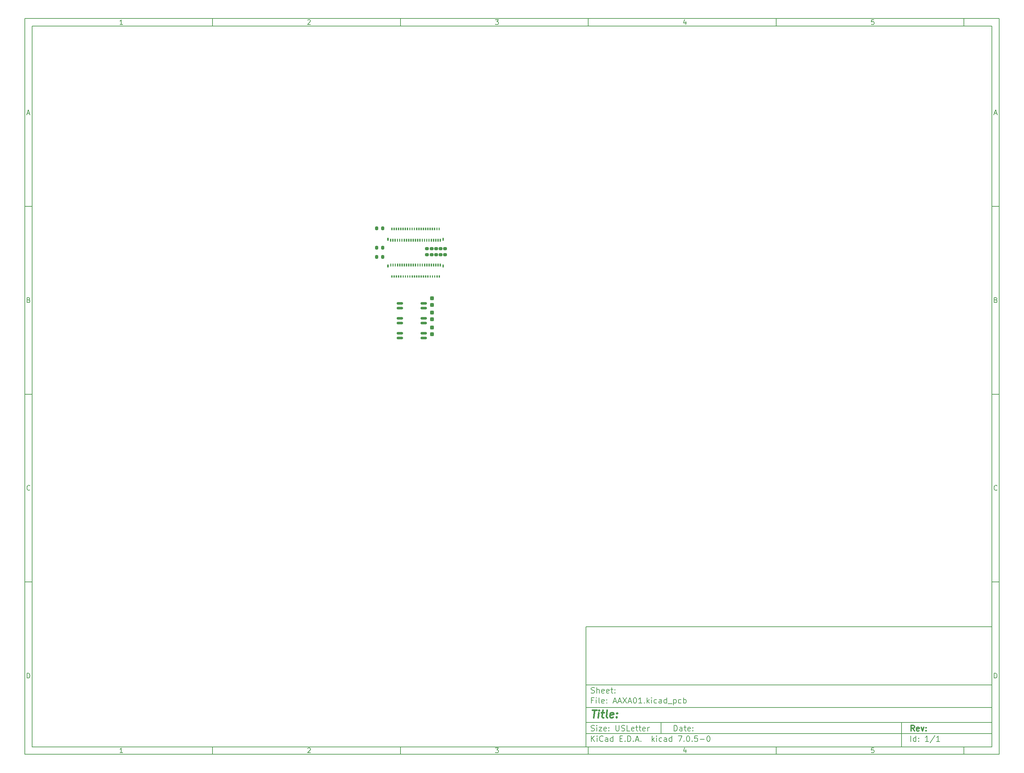
<source format=gbr>
%TF.GenerationSoftware,KiCad,Pcbnew,7.0.5-0*%
%TF.CreationDate,2023-06-27T18:34:08-07:00*%
%TF.ProjectId,AAXA01,41415841-3031-42e6-9b69-6361645f7063,rev?*%
%TF.SameCoordinates,Original*%
%TF.FileFunction,Paste,Top*%
%TF.FilePolarity,Positive*%
%FSLAX46Y46*%
G04 Gerber Fmt 4.6, Leading zero omitted, Abs format (unit mm)*
G04 Created by KiCad (PCBNEW 7.0.5-0) date 2023-06-27 18:34:08*
%MOMM*%
%LPD*%
G01*
G04 APERTURE LIST*
G04 Aperture macros list*
%AMRoundRect*
0 Rectangle with rounded corners*
0 $1 Rounding radius*
0 $2 $3 $4 $5 $6 $7 $8 $9 X,Y pos of 4 corners*
0 Add a 4 corners polygon primitive as box body*
4,1,4,$2,$3,$4,$5,$6,$7,$8,$9,$2,$3,0*
0 Add four circle primitives for the rounded corners*
1,1,$1+$1,$2,$3*
1,1,$1+$1,$4,$5*
1,1,$1+$1,$6,$7*
1,1,$1+$1,$8,$9*
0 Add four rect primitives between the rounded corners*
20,1,$1+$1,$2,$3,$4,$5,0*
20,1,$1+$1,$4,$5,$6,$7,0*
20,1,$1+$1,$6,$7,$8,$9,0*
20,1,$1+$1,$8,$9,$2,$3,0*%
G04 Aperture macros list end*
%ADD10C,0.100000*%
%ADD11C,0.150000*%
%ADD12C,0.300000*%
%ADD13C,0.400000*%
%ADD14C,0.010000*%
%ADD15RoundRect,0.200000X0.275000X-0.200000X0.275000X0.200000X-0.275000X0.200000X-0.275000X-0.200000X0*%
%ADD16RoundRect,0.200000X-0.200000X-0.275000X0.200000X-0.275000X0.200000X0.275000X-0.200000X0.275000X0*%
%ADD17RoundRect,0.237500X-0.237500X0.287500X-0.237500X-0.287500X0.237500X-0.287500X0.237500X0.287500X0*%
%ADD18RoundRect,0.150000X0.662500X0.150000X-0.662500X0.150000X-0.662500X-0.150000X0.662500X-0.150000X0*%
G04 APERTURE END LIST*
D10*
D11*
X159400000Y-171900000D02*
X267400000Y-171900000D01*
X267400000Y-203900000D01*
X159400000Y-203900000D01*
X159400000Y-171900000D01*
D10*
D11*
X10000000Y-10000000D02*
X269400000Y-10000000D01*
X269400000Y-205900000D01*
X10000000Y-205900000D01*
X10000000Y-10000000D01*
D10*
D11*
X12000000Y-12000000D02*
X267400000Y-12000000D01*
X267400000Y-203900000D01*
X12000000Y-203900000D01*
X12000000Y-12000000D01*
D10*
D11*
X60000000Y-12000000D02*
X60000000Y-10000000D01*
D10*
D11*
X110000000Y-12000000D02*
X110000000Y-10000000D01*
D10*
D11*
X160000000Y-12000000D02*
X160000000Y-10000000D01*
D10*
D11*
X210000000Y-12000000D02*
X210000000Y-10000000D01*
D10*
D11*
X260000000Y-12000000D02*
X260000000Y-10000000D01*
D10*
D11*
X36089160Y-11593604D02*
X35346303Y-11593604D01*
X35717731Y-11593604D02*
X35717731Y-10293604D01*
X35717731Y-10293604D02*
X35593922Y-10479319D01*
X35593922Y-10479319D02*
X35470112Y-10603128D01*
X35470112Y-10603128D02*
X35346303Y-10665033D01*
D10*
D11*
X85346303Y-10417414D02*
X85408207Y-10355509D01*
X85408207Y-10355509D02*
X85532017Y-10293604D01*
X85532017Y-10293604D02*
X85841541Y-10293604D01*
X85841541Y-10293604D02*
X85965350Y-10355509D01*
X85965350Y-10355509D02*
X86027255Y-10417414D01*
X86027255Y-10417414D02*
X86089160Y-10541223D01*
X86089160Y-10541223D02*
X86089160Y-10665033D01*
X86089160Y-10665033D02*
X86027255Y-10850747D01*
X86027255Y-10850747D02*
X85284398Y-11593604D01*
X85284398Y-11593604D02*
X86089160Y-11593604D01*
D10*
D11*
X135284398Y-10293604D02*
X136089160Y-10293604D01*
X136089160Y-10293604D02*
X135655826Y-10788842D01*
X135655826Y-10788842D02*
X135841541Y-10788842D01*
X135841541Y-10788842D02*
X135965350Y-10850747D01*
X135965350Y-10850747D02*
X136027255Y-10912652D01*
X136027255Y-10912652D02*
X136089160Y-11036461D01*
X136089160Y-11036461D02*
X136089160Y-11345985D01*
X136089160Y-11345985D02*
X136027255Y-11469795D01*
X136027255Y-11469795D02*
X135965350Y-11531700D01*
X135965350Y-11531700D02*
X135841541Y-11593604D01*
X135841541Y-11593604D02*
X135470112Y-11593604D01*
X135470112Y-11593604D02*
X135346303Y-11531700D01*
X135346303Y-11531700D02*
X135284398Y-11469795D01*
D10*
D11*
X185965350Y-10726938D02*
X185965350Y-11593604D01*
X185655826Y-10231700D02*
X185346303Y-11160271D01*
X185346303Y-11160271D02*
X186151064Y-11160271D01*
D10*
D11*
X236027255Y-10293604D02*
X235408207Y-10293604D01*
X235408207Y-10293604D02*
X235346303Y-10912652D01*
X235346303Y-10912652D02*
X235408207Y-10850747D01*
X235408207Y-10850747D02*
X235532017Y-10788842D01*
X235532017Y-10788842D02*
X235841541Y-10788842D01*
X235841541Y-10788842D02*
X235965350Y-10850747D01*
X235965350Y-10850747D02*
X236027255Y-10912652D01*
X236027255Y-10912652D02*
X236089160Y-11036461D01*
X236089160Y-11036461D02*
X236089160Y-11345985D01*
X236089160Y-11345985D02*
X236027255Y-11469795D01*
X236027255Y-11469795D02*
X235965350Y-11531700D01*
X235965350Y-11531700D02*
X235841541Y-11593604D01*
X235841541Y-11593604D02*
X235532017Y-11593604D01*
X235532017Y-11593604D02*
X235408207Y-11531700D01*
X235408207Y-11531700D02*
X235346303Y-11469795D01*
D10*
D11*
X60000000Y-203900000D02*
X60000000Y-205900000D01*
D10*
D11*
X110000000Y-203900000D02*
X110000000Y-205900000D01*
D10*
D11*
X160000000Y-203900000D02*
X160000000Y-205900000D01*
D10*
D11*
X210000000Y-203900000D02*
X210000000Y-205900000D01*
D10*
D11*
X260000000Y-203900000D02*
X260000000Y-205900000D01*
D10*
D11*
X36089160Y-205493604D02*
X35346303Y-205493604D01*
X35717731Y-205493604D02*
X35717731Y-204193604D01*
X35717731Y-204193604D02*
X35593922Y-204379319D01*
X35593922Y-204379319D02*
X35470112Y-204503128D01*
X35470112Y-204503128D02*
X35346303Y-204565033D01*
D10*
D11*
X85346303Y-204317414D02*
X85408207Y-204255509D01*
X85408207Y-204255509D02*
X85532017Y-204193604D01*
X85532017Y-204193604D02*
X85841541Y-204193604D01*
X85841541Y-204193604D02*
X85965350Y-204255509D01*
X85965350Y-204255509D02*
X86027255Y-204317414D01*
X86027255Y-204317414D02*
X86089160Y-204441223D01*
X86089160Y-204441223D02*
X86089160Y-204565033D01*
X86089160Y-204565033D02*
X86027255Y-204750747D01*
X86027255Y-204750747D02*
X85284398Y-205493604D01*
X85284398Y-205493604D02*
X86089160Y-205493604D01*
D10*
D11*
X135284398Y-204193604D02*
X136089160Y-204193604D01*
X136089160Y-204193604D02*
X135655826Y-204688842D01*
X135655826Y-204688842D02*
X135841541Y-204688842D01*
X135841541Y-204688842D02*
X135965350Y-204750747D01*
X135965350Y-204750747D02*
X136027255Y-204812652D01*
X136027255Y-204812652D02*
X136089160Y-204936461D01*
X136089160Y-204936461D02*
X136089160Y-205245985D01*
X136089160Y-205245985D02*
X136027255Y-205369795D01*
X136027255Y-205369795D02*
X135965350Y-205431700D01*
X135965350Y-205431700D02*
X135841541Y-205493604D01*
X135841541Y-205493604D02*
X135470112Y-205493604D01*
X135470112Y-205493604D02*
X135346303Y-205431700D01*
X135346303Y-205431700D02*
X135284398Y-205369795D01*
D10*
D11*
X185965350Y-204626938D02*
X185965350Y-205493604D01*
X185655826Y-204131700D02*
X185346303Y-205060271D01*
X185346303Y-205060271D02*
X186151064Y-205060271D01*
D10*
D11*
X236027255Y-204193604D02*
X235408207Y-204193604D01*
X235408207Y-204193604D02*
X235346303Y-204812652D01*
X235346303Y-204812652D02*
X235408207Y-204750747D01*
X235408207Y-204750747D02*
X235532017Y-204688842D01*
X235532017Y-204688842D02*
X235841541Y-204688842D01*
X235841541Y-204688842D02*
X235965350Y-204750747D01*
X235965350Y-204750747D02*
X236027255Y-204812652D01*
X236027255Y-204812652D02*
X236089160Y-204936461D01*
X236089160Y-204936461D02*
X236089160Y-205245985D01*
X236089160Y-205245985D02*
X236027255Y-205369795D01*
X236027255Y-205369795D02*
X235965350Y-205431700D01*
X235965350Y-205431700D02*
X235841541Y-205493604D01*
X235841541Y-205493604D02*
X235532017Y-205493604D01*
X235532017Y-205493604D02*
X235408207Y-205431700D01*
X235408207Y-205431700D02*
X235346303Y-205369795D01*
D10*
D11*
X10000000Y-60000000D02*
X12000000Y-60000000D01*
D10*
D11*
X10000000Y-110000000D02*
X12000000Y-110000000D01*
D10*
D11*
X10000000Y-160000000D02*
X12000000Y-160000000D01*
D10*
D11*
X10690476Y-35222176D02*
X11309523Y-35222176D01*
X10566666Y-35593604D02*
X10999999Y-34293604D01*
X10999999Y-34293604D02*
X11433333Y-35593604D01*
D10*
D11*
X11092857Y-84912652D02*
X11278571Y-84974557D01*
X11278571Y-84974557D02*
X11340476Y-85036461D01*
X11340476Y-85036461D02*
X11402380Y-85160271D01*
X11402380Y-85160271D02*
X11402380Y-85345985D01*
X11402380Y-85345985D02*
X11340476Y-85469795D01*
X11340476Y-85469795D02*
X11278571Y-85531700D01*
X11278571Y-85531700D02*
X11154761Y-85593604D01*
X11154761Y-85593604D02*
X10659523Y-85593604D01*
X10659523Y-85593604D02*
X10659523Y-84293604D01*
X10659523Y-84293604D02*
X11092857Y-84293604D01*
X11092857Y-84293604D02*
X11216666Y-84355509D01*
X11216666Y-84355509D02*
X11278571Y-84417414D01*
X11278571Y-84417414D02*
X11340476Y-84541223D01*
X11340476Y-84541223D02*
X11340476Y-84665033D01*
X11340476Y-84665033D02*
X11278571Y-84788842D01*
X11278571Y-84788842D02*
X11216666Y-84850747D01*
X11216666Y-84850747D02*
X11092857Y-84912652D01*
X11092857Y-84912652D02*
X10659523Y-84912652D01*
D10*
D11*
X11402380Y-135469795D02*
X11340476Y-135531700D01*
X11340476Y-135531700D02*
X11154761Y-135593604D01*
X11154761Y-135593604D02*
X11030952Y-135593604D01*
X11030952Y-135593604D02*
X10845238Y-135531700D01*
X10845238Y-135531700D02*
X10721428Y-135407890D01*
X10721428Y-135407890D02*
X10659523Y-135284080D01*
X10659523Y-135284080D02*
X10597619Y-135036461D01*
X10597619Y-135036461D02*
X10597619Y-134850747D01*
X10597619Y-134850747D02*
X10659523Y-134603128D01*
X10659523Y-134603128D02*
X10721428Y-134479319D01*
X10721428Y-134479319D02*
X10845238Y-134355509D01*
X10845238Y-134355509D02*
X11030952Y-134293604D01*
X11030952Y-134293604D02*
X11154761Y-134293604D01*
X11154761Y-134293604D02*
X11340476Y-134355509D01*
X11340476Y-134355509D02*
X11402380Y-134417414D01*
D10*
D11*
X10659523Y-185593604D02*
X10659523Y-184293604D01*
X10659523Y-184293604D02*
X10969047Y-184293604D01*
X10969047Y-184293604D02*
X11154761Y-184355509D01*
X11154761Y-184355509D02*
X11278571Y-184479319D01*
X11278571Y-184479319D02*
X11340476Y-184603128D01*
X11340476Y-184603128D02*
X11402380Y-184850747D01*
X11402380Y-184850747D02*
X11402380Y-185036461D01*
X11402380Y-185036461D02*
X11340476Y-185284080D01*
X11340476Y-185284080D02*
X11278571Y-185407890D01*
X11278571Y-185407890D02*
X11154761Y-185531700D01*
X11154761Y-185531700D02*
X10969047Y-185593604D01*
X10969047Y-185593604D02*
X10659523Y-185593604D01*
D10*
D11*
X269400000Y-60000000D02*
X267400000Y-60000000D01*
D10*
D11*
X269400000Y-110000000D02*
X267400000Y-110000000D01*
D10*
D11*
X269400000Y-160000000D02*
X267400000Y-160000000D01*
D10*
D11*
X268090476Y-35222176D02*
X268709523Y-35222176D01*
X267966666Y-35593604D02*
X268399999Y-34293604D01*
X268399999Y-34293604D02*
X268833333Y-35593604D01*
D10*
D11*
X268492857Y-84912652D02*
X268678571Y-84974557D01*
X268678571Y-84974557D02*
X268740476Y-85036461D01*
X268740476Y-85036461D02*
X268802380Y-85160271D01*
X268802380Y-85160271D02*
X268802380Y-85345985D01*
X268802380Y-85345985D02*
X268740476Y-85469795D01*
X268740476Y-85469795D02*
X268678571Y-85531700D01*
X268678571Y-85531700D02*
X268554761Y-85593604D01*
X268554761Y-85593604D02*
X268059523Y-85593604D01*
X268059523Y-85593604D02*
X268059523Y-84293604D01*
X268059523Y-84293604D02*
X268492857Y-84293604D01*
X268492857Y-84293604D02*
X268616666Y-84355509D01*
X268616666Y-84355509D02*
X268678571Y-84417414D01*
X268678571Y-84417414D02*
X268740476Y-84541223D01*
X268740476Y-84541223D02*
X268740476Y-84665033D01*
X268740476Y-84665033D02*
X268678571Y-84788842D01*
X268678571Y-84788842D02*
X268616666Y-84850747D01*
X268616666Y-84850747D02*
X268492857Y-84912652D01*
X268492857Y-84912652D02*
X268059523Y-84912652D01*
D10*
D11*
X268802380Y-135469795D02*
X268740476Y-135531700D01*
X268740476Y-135531700D02*
X268554761Y-135593604D01*
X268554761Y-135593604D02*
X268430952Y-135593604D01*
X268430952Y-135593604D02*
X268245238Y-135531700D01*
X268245238Y-135531700D02*
X268121428Y-135407890D01*
X268121428Y-135407890D02*
X268059523Y-135284080D01*
X268059523Y-135284080D02*
X267997619Y-135036461D01*
X267997619Y-135036461D02*
X267997619Y-134850747D01*
X267997619Y-134850747D02*
X268059523Y-134603128D01*
X268059523Y-134603128D02*
X268121428Y-134479319D01*
X268121428Y-134479319D02*
X268245238Y-134355509D01*
X268245238Y-134355509D02*
X268430952Y-134293604D01*
X268430952Y-134293604D02*
X268554761Y-134293604D01*
X268554761Y-134293604D02*
X268740476Y-134355509D01*
X268740476Y-134355509D02*
X268802380Y-134417414D01*
D10*
D11*
X268059523Y-185593604D02*
X268059523Y-184293604D01*
X268059523Y-184293604D02*
X268369047Y-184293604D01*
X268369047Y-184293604D02*
X268554761Y-184355509D01*
X268554761Y-184355509D02*
X268678571Y-184479319D01*
X268678571Y-184479319D02*
X268740476Y-184603128D01*
X268740476Y-184603128D02*
X268802380Y-184850747D01*
X268802380Y-184850747D02*
X268802380Y-185036461D01*
X268802380Y-185036461D02*
X268740476Y-185284080D01*
X268740476Y-185284080D02*
X268678571Y-185407890D01*
X268678571Y-185407890D02*
X268554761Y-185531700D01*
X268554761Y-185531700D02*
X268369047Y-185593604D01*
X268369047Y-185593604D02*
X268059523Y-185593604D01*
D10*
D11*
X182855826Y-199686128D02*
X182855826Y-198186128D01*
X182855826Y-198186128D02*
X183212969Y-198186128D01*
X183212969Y-198186128D02*
X183427255Y-198257557D01*
X183427255Y-198257557D02*
X183570112Y-198400414D01*
X183570112Y-198400414D02*
X183641541Y-198543271D01*
X183641541Y-198543271D02*
X183712969Y-198828985D01*
X183712969Y-198828985D02*
X183712969Y-199043271D01*
X183712969Y-199043271D02*
X183641541Y-199328985D01*
X183641541Y-199328985D02*
X183570112Y-199471842D01*
X183570112Y-199471842D02*
X183427255Y-199614700D01*
X183427255Y-199614700D02*
X183212969Y-199686128D01*
X183212969Y-199686128D02*
X182855826Y-199686128D01*
X184998684Y-199686128D02*
X184998684Y-198900414D01*
X184998684Y-198900414D02*
X184927255Y-198757557D01*
X184927255Y-198757557D02*
X184784398Y-198686128D01*
X184784398Y-198686128D02*
X184498684Y-198686128D01*
X184498684Y-198686128D02*
X184355826Y-198757557D01*
X184998684Y-199614700D02*
X184855826Y-199686128D01*
X184855826Y-199686128D02*
X184498684Y-199686128D01*
X184498684Y-199686128D02*
X184355826Y-199614700D01*
X184355826Y-199614700D02*
X184284398Y-199471842D01*
X184284398Y-199471842D02*
X184284398Y-199328985D01*
X184284398Y-199328985D02*
X184355826Y-199186128D01*
X184355826Y-199186128D02*
X184498684Y-199114700D01*
X184498684Y-199114700D02*
X184855826Y-199114700D01*
X184855826Y-199114700D02*
X184998684Y-199043271D01*
X185498684Y-198686128D02*
X186070112Y-198686128D01*
X185712969Y-198186128D02*
X185712969Y-199471842D01*
X185712969Y-199471842D02*
X185784398Y-199614700D01*
X185784398Y-199614700D02*
X185927255Y-199686128D01*
X185927255Y-199686128D02*
X186070112Y-199686128D01*
X187141541Y-199614700D02*
X186998684Y-199686128D01*
X186998684Y-199686128D02*
X186712970Y-199686128D01*
X186712970Y-199686128D02*
X186570112Y-199614700D01*
X186570112Y-199614700D02*
X186498684Y-199471842D01*
X186498684Y-199471842D02*
X186498684Y-198900414D01*
X186498684Y-198900414D02*
X186570112Y-198757557D01*
X186570112Y-198757557D02*
X186712970Y-198686128D01*
X186712970Y-198686128D02*
X186998684Y-198686128D01*
X186998684Y-198686128D02*
X187141541Y-198757557D01*
X187141541Y-198757557D02*
X187212970Y-198900414D01*
X187212970Y-198900414D02*
X187212970Y-199043271D01*
X187212970Y-199043271D02*
X186498684Y-199186128D01*
X187855826Y-199543271D02*
X187927255Y-199614700D01*
X187927255Y-199614700D02*
X187855826Y-199686128D01*
X187855826Y-199686128D02*
X187784398Y-199614700D01*
X187784398Y-199614700D02*
X187855826Y-199543271D01*
X187855826Y-199543271D02*
X187855826Y-199686128D01*
X187855826Y-198757557D02*
X187927255Y-198828985D01*
X187927255Y-198828985D02*
X187855826Y-198900414D01*
X187855826Y-198900414D02*
X187784398Y-198828985D01*
X187784398Y-198828985D02*
X187855826Y-198757557D01*
X187855826Y-198757557D02*
X187855826Y-198900414D01*
D10*
D11*
X159400000Y-200400000D02*
X267400000Y-200400000D01*
D10*
D11*
X160855826Y-202486128D02*
X160855826Y-200986128D01*
X161712969Y-202486128D02*
X161070112Y-201628985D01*
X161712969Y-200986128D02*
X160855826Y-201843271D01*
X162355826Y-202486128D02*
X162355826Y-201486128D01*
X162355826Y-200986128D02*
X162284398Y-201057557D01*
X162284398Y-201057557D02*
X162355826Y-201128985D01*
X162355826Y-201128985D02*
X162427255Y-201057557D01*
X162427255Y-201057557D02*
X162355826Y-200986128D01*
X162355826Y-200986128D02*
X162355826Y-201128985D01*
X163927255Y-202343271D02*
X163855827Y-202414700D01*
X163855827Y-202414700D02*
X163641541Y-202486128D01*
X163641541Y-202486128D02*
X163498684Y-202486128D01*
X163498684Y-202486128D02*
X163284398Y-202414700D01*
X163284398Y-202414700D02*
X163141541Y-202271842D01*
X163141541Y-202271842D02*
X163070112Y-202128985D01*
X163070112Y-202128985D02*
X162998684Y-201843271D01*
X162998684Y-201843271D02*
X162998684Y-201628985D01*
X162998684Y-201628985D02*
X163070112Y-201343271D01*
X163070112Y-201343271D02*
X163141541Y-201200414D01*
X163141541Y-201200414D02*
X163284398Y-201057557D01*
X163284398Y-201057557D02*
X163498684Y-200986128D01*
X163498684Y-200986128D02*
X163641541Y-200986128D01*
X163641541Y-200986128D02*
X163855827Y-201057557D01*
X163855827Y-201057557D02*
X163927255Y-201128985D01*
X165212970Y-202486128D02*
X165212970Y-201700414D01*
X165212970Y-201700414D02*
X165141541Y-201557557D01*
X165141541Y-201557557D02*
X164998684Y-201486128D01*
X164998684Y-201486128D02*
X164712970Y-201486128D01*
X164712970Y-201486128D02*
X164570112Y-201557557D01*
X165212970Y-202414700D02*
X165070112Y-202486128D01*
X165070112Y-202486128D02*
X164712970Y-202486128D01*
X164712970Y-202486128D02*
X164570112Y-202414700D01*
X164570112Y-202414700D02*
X164498684Y-202271842D01*
X164498684Y-202271842D02*
X164498684Y-202128985D01*
X164498684Y-202128985D02*
X164570112Y-201986128D01*
X164570112Y-201986128D02*
X164712970Y-201914700D01*
X164712970Y-201914700D02*
X165070112Y-201914700D01*
X165070112Y-201914700D02*
X165212970Y-201843271D01*
X166570113Y-202486128D02*
X166570113Y-200986128D01*
X166570113Y-202414700D02*
X166427255Y-202486128D01*
X166427255Y-202486128D02*
X166141541Y-202486128D01*
X166141541Y-202486128D02*
X165998684Y-202414700D01*
X165998684Y-202414700D02*
X165927255Y-202343271D01*
X165927255Y-202343271D02*
X165855827Y-202200414D01*
X165855827Y-202200414D02*
X165855827Y-201771842D01*
X165855827Y-201771842D02*
X165927255Y-201628985D01*
X165927255Y-201628985D02*
X165998684Y-201557557D01*
X165998684Y-201557557D02*
X166141541Y-201486128D01*
X166141541Y-201486128D02*
X166427255Y-201486128D01*
X166427255Y-201486128D02*
X166570113Y-201557557D01*
X168427255Y-201700414D02*
X168927255Y-201700414D01*
X169141541Y-202486128D02*
X168427255Y-202486128D01*
X168427255Y-202486128D02*
X168427255Y-200986128D01*
X168427255Y-200986128D02*
X169141541Y-200986128D01*
X169784398Y-202343271D02*
X169855827Y-202414700D01*
X169855827Y-202414700D02*
X169784398Y-202486128D01*
X169784398Y-202486128D02*
X169712970Y-202414700D01*
X169712970Y-202414700D02*
X169784398Y-202343271D01*
X169784398Y-202343271D02*
X169784398Y-202486128D01*
X170498684Y-202486128D02*
X170498684Y-200986128D01*
X170498684Y-200986128D02*
X170855827Y-200986128D01*
X170855827Y-200986128D02*
X171070113Y-201057557D01*
X171070113Y-201057557D02*
X171212970Y-201200414D01*
X171212970Y-201200414D02*
X171284399Y-201343271D01*
X171284399Y-201343271D02*
X171355827Y-201628985D01*
X171355827Y-201628985D02*
X171355827Y-201843271D01*
X171355827Y-201843271D02*
X171284399Y-202128985D01*
X171284399Y-202128985D02*
X171212970Y-202271842D01*
X171212970Y-202271842D02*
X171070113Y-202414700D01*
X171070113Y-202414700D02*
X170855827Y-202486128D01*
X170855827Y-202486128D02*
X170498684Y-202486128D01*
X171998684Y-202343271D02*
X172070113Y-202414700D01*
X172070113Y-202414700D02*
X171998684Y-202486128D01*
X171998684Y-202486128D02*
X171927256Y-202414700D01*
X171927256Y-202414700D02*
X171998684Y-202343271D01*
X171998684Y-202343271D02*
X171998684Y-202486128D01*
X172641542Y-202057557D02*
X173355828Y-202057557D01*
X172498685Y-202486128D02*
X172998685Y-200986128D01*
X172998685Y-200986128D02*
X173498685Y-202486128D01*
X173998684Y-202343271D02*
X174070113Y-202414700D01*
X174070113Y-202414700D02*
X173998684Y-202486128D01*
X173998684Y-202486128D02*
X173927256Y-202414700D01*
X173927256Y-202414700D02*
X173998684Y-202343271D01*
X173998684Y-202343271D02*
X173998684Y-202486128D01*
X176998684Y-202486128D02*
X176998684Y-200986128D01*
X177141542Y-201914700D02*
X177570113Y-202486128D01*
X177570113Y-201486128D02*
X176998684Y-202057557D01*
X178212970Y-202486128D02*
X178212970Y-201486128D01*
X178212970Y-200986128D02*
X178141542Y-201057557D01*
X178141542Y-201057557D02*
X178212970Y-201128985D01*
X178212970Y-201128985D02*
X178284399Y-201057557D01*
X178284399Y-201057557D02*
X178212970Y-200986128D01*
X178212970Y-200986128D02*
X178212970Y-201128985D01*
X179570114Y-202414700D02*
X179427256Y-202486128D01*
X179427256Y-202486128D02*
X179141542Y-202486128D01*
X179141542Y-202486128D02*
X178998685Y-202414700D01*
X178998685Y-202414700D02*
X178927256Y-202343271D01*
X178927256Y-202343271D02*
X178855828Y-202200414D01*
X178855828Y-202200414D02*
X178855828Y-201771842D01*
X178855828Y-201771842D02*
X178927256Y-201628985D01*
X178927256Y-201628985D02*
X178998685Y-201557557D01*
X178998685Y-201557557D02*
X179141542Y-201486128D01*
X179141542Y-201486128D02*
X179427256Y-201486128D01*
X179427256Y-201486128D02*
X179570114Y-201557557D01*
X180855828Y-202486128D02*
X180855828Y-201700414D01*
X180855828Y-201700414D02*
X180784399Y-201557557D01*
X180784399Y-201557557D02*
X180641542Y-201486128D01*
X180641542Y-201486128D02*
X180355828Y-201486128D01*
X180355828Y-201486128D02*
X180212970Y-201557557D01*
X180855828Y-202414700D02*
X180712970Y-202486128D01*
X180712970Y-202486128D02*
X180355828Y-202486128D01*
X180355828Y-202486128D02*
X180212970Y-202414700D01*
X180212970Y-202414700D02*
X180141542Y-202271842D01*
X180141542Y-202271842D02*
X180141542Y-202128985D01*
X180141542Y-202128985D02*
X180212970Y-201986128D01*
X180212970Y-201986128D02*
X180355828Y-201914700D01*
X180355828Y-201914700D02*
X180712970Y-201914700D01*
X180712970Y-201914700D02*
X180855828Y-201843271D01*
X182212971Y-202486128D02*
X182212971Y-200986128D01*
X182212971Y-202414700D02*
X182070113Y-202486128D01*
X182070113Y-202486128D02*
X181784399Y-202486128D01*
X181784399Y-202486128D02*
X181641542Y-202414700D01*
X181641542Y-202414700D02*
X181570113Y-202343271D01*
X181570113Y-202343271D02*
X181498685Y-202200414D01*
X181498685Y-202200414D02*
X181498685Y-201771842D01*
X181498685Y-201771842D02*
X181570113Y-201628985D01*
X181570113Y-201628985D02*
X181641542Y-201557557D01*
X181641542Y-201557557D02*
X181784399Y-201486128D01*
X181784399Y-201486128D02*
X182070113Y-201486128D01*
X182070113Y-201486128D02*
X182212971Y-201557557D01*
X183927256Y-200986128D02*
X184927256Y-200986128D01*
X184927256Y-200986128D02*
X184284399Y-202486128D01*
X185498684Y-202343271D02*
X185570113Y-202414700D01*
X185570113Y-202414700D02*
X185498684Y-202486128D01*
X185498684Y-202486128D02*
X185427256Y-202414700D01*
X185427256Y-202414700D02*
X185498684Y-202343271D01*
X185498684Y-202343271D02*
X185498684Y-202486128D01*
X186498685Y-200986128D02*
X186641542Y-200986128D01*
X186641542Y-200986128D02*
X186784399Y-201057557D01*
X186784399Y-201057557D02*
X186855828Y-201128985D01*
X186855828Y-201128985D02*
X186927256Y-201271842D01*
X186927256Y-201271842D02*
X186998685Y-201557557D01*
X186998685Y-201557557D02*
X186998685Y-201914700D01*
X186998685Y-201914700D02*
X186927256Y-202200414D01*
X186927256Y-202200414D02*
X186855828Y-202343271D01*
X186855828Y-202343271D02*
X186784399Y-202414700D01*
X186784399Y-202414700D02*
X186641542Y-202486128D01*
X186641542Y-202486128D02*
X186498685Y-202486128D01*
X186498685Y-202486128D02*
X186355828Y-202414700D01*
X186355828Y-202414700D02*
X186284399Y-202343271D01*
X186284399Y-202343271D02*
X186212970Y-202200414D01*
X186212970Y-202200414D02*
X186141542Y-201914700D01*
X186141542Y-201914700D02*
X186141542Y-201557557D01*
X186141542Y-201557557D02*
X186212970Y-201271842D01*
X186212970Y-201271842D02*
X186284399Y-201128985D01*
X186284399Y-201128985D02*
X186355828Y-201057557D01*
X186355828Y-201057557D02*
X186498685Y-200986128D01*
X187641541Y-202343271D02*
X187712970Y-202414700D01*
X187712970Y-202414700D02*
X187641541Y-202486128D01*
X187641541Y-202486128D02*
X187570113Y-202414700D01*
X187570113Y-202414700D02*
X187641541Y-202343271D01*
X187641541Y-202343271D02*
X187641541Y-202486128D01*
X189070113Y-200986128D02*
X188355827Y-200986128D01*
X188355827Y-200986128D02*
X188284399Y-201700414D01*
X188284399Y-201700414D02*
X188355827Y-201628985D01*
X188355827Y-201628985D02*
X188498685Y-201557557D01*
X188498685Y-201557557D02*
X188855827Y-201557557D01*
X188855827Y-201557557D02*
X188998685Y-201628985D01*
X188998685Y-201628985D02*
X189070113Y-201700414D01*
X189070113Y-201700414D02*
X189141542Y-201843271D01*
X189141542Y-201843271D02*
X189141542Y-202200414D01*
X189141542Y-202200414D02*
X189070113Y-202343271D01*
X189070113Y-202343271D02*
X188998685Y-202414700D01*
X188998685Y-202414700D02*
X188855827Y-202486128D01*
X188855827Y-202486128D02*
X188498685Y-202486128D01*
X188498685Y-202486128D02*
X188355827Y-202414700D01*
X188355827Y-202414700D02*
X188284399Y-202343271D01*
X189784398Y-201914700D02*
X190927256Y-201914700D01*
X191927256Y-200986128D02*
X192070113Y-200986128D01*
X192070113Y-200986128D02*
X192212970Y-201057557D01*
X192212970Y-201057557D02*
X192284399Y-201128985D01*
X192284399Y-201128985D02*
X192355827Y-201271842D01*
X192355827Y-201271842D02*
X192427256Y-201557557D01*
X192427256Y-201557557D02*
X192427256Y-201914700D01*
X192427256Y-201914700D02*
X192355827Y-202200414D01*
X192355827Y-202200414D02*
X192284399Y-202343271D01*
X192284399Y-202343271D02*
X192212970Y-202414700D01*
X192212970Y-202414700D02*
X192070113Y-202486128D01*
X192070113Y-202486128D02*
X191927256Y-202486128D01*
X191927256Y-202486128D02*
X191784399Y-202414700D01*
X191784399Y-202414700D02*
X191712970Y-202343271D01*
X191712970Y-202343271D02*
X191641541Y-202200414D01*
X191641541Y-202200414D02*
X191570113Y-201914700D01*
X191570113Y-201914700D02*
X191570113Y-201557557D01*
X191570113Y-201557557D02*
X191641541Y-201271842D01*
X191641541Y-201271842D02*
X191712970Y-201128985D01*
X191712970Y-201128985D02*
X191784399Y-201057557D01*
X191784399Y-201057557D02*
X191927256Y-200986128D01*
D10*
D11*
X159400000Y-197400000D02*
X267400000Y-197400000D01*
D10*
D12*
X246811653Y-199678328D02*
X246311653Y-198964042D01*
X245954510Y-199678328D02*
X245954510Y-198178328D01*
X245954510Y-198178328D02*
X246525939Y-198178328D01*
X246525939Y-198178328D02*
X246668796Y-198249757D01*
X246668796Y-198249757D02*
X246740225Y-198321185D01*
X246740225Y-198321185D02*
X246811653Y-198464042D01*
X246811653Y-198464042D02*
X246811653Y-198678328D01*
X246811653Y-198678328D02*
X246740225Y-198821185D01*
X246740225Y-198821185D02*
X246668796Y-198892614D01*
X246668796Y-198892614D02*
X246525939Y-198964042D01*
X246525939Y-198964042D02*
X245954510Y-198964042D01*
X248025939Y-199606900D02*
X247883082Y-199678328D01*
X247883082Y-199678328D02*
X247597368Y-199678328D01*
X247597368Y-199678328D02*
X247454510Y-199606900D01*
X247454510Y-199606900D02*
X247383082Y-199464042D01*
X247383082Y-199464042D02*
X247383082Y-198892614D01*
X247383082Y-198892614D02*
X247454510Y-198749757D01*
X247454510Y-198749757D02*
X247597368Y-198678328D01*
X247597368Y-198678328D02*
X247883082Y-198678328D01*
X247883082Y-198678328D02*
X248025939Y-198749757D01*
X248025939Y-198749757D02*
X248097368Y-198892614D01*
X248097368Y-198892614D02*
X248097368Y-199035471D01*
X248097368Y-199035471D02*
X247383082Y-199178328D01*
X248597367Y-198678328D02*
X248954510Y-199678328D01*
X248954510Y-199678328D02*
X249311653Y-198678328D01*
X249883081Y-199535471D02*
X249954510Y-199606900D01*
X249954510Y-199606900D02*
X249883081Y-199678328D01*
X249883081Y-199678328D02*
X249811653Y-199606900D01*
X249811653Y-199606900D02*
X249883081Y-199535471D01*
X249883081Y-199535471D02*
X249883081Y-199678328D01*
X249883081Y-198749757D02*
X249954510Y-198821185D01*
X249954510Y-198821185D02*
X249883081Y-198892614D01*
X249883081Y-198892614D02*
X249811653Y-198821185D01*
X249811653Y-198821185D02*
X249883081Y-198749757D01*
X249883081Y-198749757D02*
X249883081Y-198892614D01*
D10*
D11*
X160784398Y-199614700D02*
X160998684Y-199686128D01*
X160998684Y-199686128D02*
X161355826Y-199686128D01*
X161355826Y-199686128D02*
X161498684Y-199614700D01*
X161498684Y-199614700D02*
X161570112Y-199543271D01*
X161570112Y-199543271D02*
X161641541Y-199400414D01*
X161641541Y-199400414D02*
X161641541Y-199257557D01*
X161641541Y-199257557D02*
X161570112Y-199114700D01*
X161570112Y-199114700D02*
X161498684Y-199043271D01*
X161498684Y-199043271D02*
X161355826Y-198971842D01*
X161355826Y-198971842D02*
X161070112Y-198900414D01*
X161070112Y-198900414D02*
X160927255Y-198828985D01*
X160927255Y-198828985D02*
X160855826Y-198757557D01*
X160855826Y-198757557D02*
X160784398Y-198614700D01*
X160784398Y-198614700D02*
X160784398Y-198471842D01*
X160784398Y-198471842D02*
X160855826Y-198328985D01*
X160855826Y-198328985D02*
X160927255Y-198257557D01*
X160927255Y-198257557D02*
X161070112Y-198186128D01*
X161070112Y-198186128D02*
X161427255Y-198186128D01*
X161427255Y-198186128D02*
X161641541Y-198257557D01*
X162284397Y-199686128D02*
X162284397Y-198686128D01*
X162284397Y-198186128D02*
X162212969Y-198257557D01*
X162212969Y-198257557D02*
X162284397Y-198328985D01*
X162284397Y-198328985D02*
X162355826Y-198257557D01*
X162355826Y-198257557D02*
X162284397Y-198186128D01*
X162284397Y-198186128D02*
X162284397Y-198328985D01*
X162855826Y-198686128D02*
X163641541Y-198686128D01*
X163641541Y-198686128D02*
X162855826Y-199686128D01*
X162855826Y-199686128D02*
X163641541Y-199686128D01*
X164784398Y-199614700D02*
X164641541Y-199686128D01*
X164641541Y-199686128D02*
X164355827Y-199686128D01*
X164355827Y-199686128D02*
X164212969Y-199614700D01*
X164212969Y-199614700D02*
X164141541Y-199471842D01*
X164141541Y-199471842D02*
X164141541Y-198900414D01*
X164141541Y-198900414D02*
X164212969Y-198757557D01*
X164212969Y-198757557D02*
X164355827Y-198686128D01*
X164355827Y-198686128D02*
X164641541Y-198686128D01*
X164641541Y-198686128D02*
X164784398Y-198757557D01*
X164784398Y-198757557D02*
X164855827Y-198900414D01*
X164855827Y-198900414D02*
X164855827Y-199043271D01*
X164855827Y-199043271D02*
X164141541Y-199186128D01*
X165498683Y-199543271D02*
X165570112Y-199614700D01*
X165570112Y-199614700D02*
X165498683Y-199686128D01*
X165498683Y-199686128D02*
X165427255Y-199614700D01*
X165427255Y-199614700D02*
X165498683Y-199543271D01*
X165498683Y-199543271D02*
X165498683Y-199686128D01*
X165498683Y-198757557D02*
X165570112Y-198828985D01*
X165570112Y-198828985D02*
X165498683Y-198900414D01*
X165498683Y-198900414D02*
X165427255Y-198828985D01*
X165427255Y-198828985D02*
X165498683Y-198757557D01*
X165498683Y-198757557D02*
X165498683Y-198900414D01*
X167355826Y-198186128D02*
X167355826Y-199400414D01*
X167355826Y-199400414D02*
X167427255Y-199543271D01*
X167427255Y-199543271D02*
X167498684Y-199614700D01*
X167498684Y-199614700D02*
X167641541Y-199686128D01*
X167641541Y-199686128D02*
X167927255Y-199686128D01*
X167927255Y-199686128D02*
X168070112Y-199614700D01*
X168070112Y-199614700D02*
X168141541Y-199543271D01*
X168141541Y-199543271D02*
X168212969Y-199400414D01*
X168212969Y-199400414D02*
X168212969Y-198186128D01*
X168855827Y-199614700D02*
X169070113Y-199686128D01*
X169070113Y-199686128D02*
X169427255Y-199686128D01*
X169427255Y-199686128D02*
X169570113Y-199614700D01*
X169570113Y-199614700D02*
X169641541Y-199543271D01*
X169641541Y-199543271D02*
X169712970Y-199400414D01*
X169712970Y-199400414D02*
X169712970Y-199257557D01*
X169712970Y-199257557D02*
X169641541Y-199114700D01*
X169641541Y-199114700D02*
X169570113Y-199043271D01*
X169570113Y-199043271D02*
X169427255Y-198971842D01*
X169427255Y-198971842D02*
X169141541Y-198900414D01*
X169141541Y-198900414D02*
X168998684Y-198828985D01*
X168998684Y-198828985D02*
X168927255Y-198757557D01*
X168927255Y-198757557D02*
X168855827Y-198614700D01*
X168855827Y-198614700D02*
X168855827Y-198471842D01*
X168855827Y-198471842D02*
X168927255Y-198328985D01*
X168927255Y-198328985D02*
X168998684Y-198257557D01*
X168998684Y-198257557D02*
X169141541Y-198186128D01*
X169141541Y-198186128D02*
X169498684Y-198186128D01*
X169498684Y-198186128D02*
X169712970Y-198257557D01*
X171070112Y-199686128D02*
X170355826Y-199686128D01*
X170355826Y-199686128D02*
X170355826Y-198186128D01*
X172141541Y-199614700D02*
X171998684Y-199686128D01*
X171998684Y-199686128D02*
X171712970Y-199686128D01*
X171712970Y-199686128D02*
X171570112Y-199614700D01*
X171570112Y-199614700D02*
X171498684Y-199471842D01*
X171498684Y-199471842D02*
X171498684Y-198900414D01*
X171498684Y-198900414D02*
X171570112Y-198757557D01*
X171570112Y-198757557D02*
X171712970Y-198686128D01*
X171712970Y-198686128D02*
X171998684Y-198686128D01*
X171998684Y-198686128D02*
X172141541Y-198757557D01*
X172141541Y-198757557D02*
X172212970Y-198900414D01*
X172212970Y-198900414D02*
X172212970Y-199043271D01*
X172212970Y-199043271D02*
X171498684Y-199186128D01*
X172641541Y-198686128D02*
X173212969Y-198686128D01*
X172855826Y-198186128D02*
X172855826Y-199471842D01*
X172855826Y-199471842D02*
X172927255Y-199614700D01*
X172927255Y-199614700D02*
X173070112Y-199686128D01*
X173070112Y-199686128D02*
X173212969Y-199686128D01*
X173498684Y-198686128D02*
X174070112Y-198686128D01*
X173712969Y-198186128D02*
X173712969Y-199471842D01*
X173712969Y-199471842D02*
X173784398Y-199614700D01*
X173784398Y-199614700D02*
X173927255Y-199686128D01*
X173927255Y-199686128D02*
X174070112Y-199686128D01*
X175141541Y-199614700D02*
X174998684Y-199686128D01*
X174998684Y-199686128D02*
X174712970Y-199686128D01*
X174712970Y-199686128D02*
X174570112Y-199614700D01*
X174570112Y-199614700D02*
X174498684Y-199471842D01*
X174498684Y-199471842D02*
X174498684Y-198900414D01*
X174498684Y-198900414D02*
X174570112Y-198757557D01*
X174570112Y-198757557D02*
X174712970Y-198686128D01*
X174712970Y-198686128D02*
X174998684Y-198686128D01*
X174998684Y-198686128D02*
X175141541Y-198757557D01*
X175141541Y-198757557D02*
X175212970Y-198900414D01*
X175212970Y-198900414D02*
X175212970Y-199043271D01*
X175212970Y-199043271D02*
X174498684Y-199186128D01*
X175855826Y-199686128D02*
X175855826Y-198686128D01*
X175855826Y-198971842D02*
X175927255Y-198828985D01*
X175927255Y-198828985D02*
X175998684Y-198757557D01*
X175998684Y-198757557D02*
X176141541Y-198686128D01*
X176141541Y-198686128D02*
X176284398Y-198686128D01*
D10*
D11*
X245855826Y-202486128D02*
X245855826Y-200986128D01*
X247212970Y-202486128D02*
X247212970Y-200986128D01*
X247212970Y-202414700D02*
X247070112Y-202486128D01*
X247070112Y-202486128D02*
X246784398Y-202486128D01*
X246784398Y-202486128D02*
X246641541Y-202414700D01*
X246641541Y-202414700D02*
X246570112Y-202343271D01*
X246570112Y-202343271D02*
X246498684Y-202200414D01*
X246498684Y-202200414D02*
X246498684Y-201771842D01*
X246498684Y-201771842D02*
X246570112Y-201628985D01*
X246570112Y-201628985D02*
X246641541Y-201557557D01*
X246641541Y-201557557D02*
X246784398Y-201486128D01*
X246784398Y-201486128D02*
X247070112Y-201486128D01*
X247070112Y-201486128D02*
X247212970Y-201557557D01*
X247927255Y-202343271D02*
X247998684Y-202414700D01*
X247998684Y-202414700D02*
X247927255Y-202486128D01*
X247927255Y-202486128D02*
X247855827Y-202414700D01*
X247855827Y-202414700D02*
X247927255Y-202343271D01*
X247927255Y-202343271D02*
X247927255Y-202486128D01*
X247927255Y-201557557D02*
X247998684Y-201628985D01*
X247998684Y-201628985D02*
X247927255Y-201700414D01*
X247927255Y-201700414D02*
X247855827Y-201628985D01*
X247855827Y-201628985D02*
X247927255Y-201557557D01*
X247927255Y-201557557D02*
X247927255Y-201700414D01*
X250570113Y-202486128D02*
X249712970Y-202486128D01*
X250141541Y-202486128D02*
X250141541Y-200986128D01*
X250141541Y-200986128D02*
X249998684Y-201200414D01*
X249998684Y-201200414D02*
X249855827Y-201343271D01*
X249855827Y-201343271D02*
X249712970Y-201414700D01*
X252284398Y-200914700D02*
X250998684Y-202843271D01*
X253570113Y-202486128D02*
X252712970Y-202486128D01*
X253141541Y-202486128D02*
X253141541Y-200986128D01*
X253141541Y-200986128D02*
X252998684Y-201200414D01*
X252998684Y-201200414D02*
X252855827Y-201343271D01*
X252855827Y-201343271D02*
X252712970Y-201414700D01*
D10*
D11*
X159400000Y-193400000D02*
X267400000Y-193400000D01*
D10*
D13*
X161091728Y-194104438D02*
X162234585Y-194104438D01*
X161413157Y-196104438D02*
X161663157Y-194104438D01*
X162651252Y-196104438D02*
X162817919Y-194771104D01*
X162901252Y-194104438D02*
X162794109Y-194199676D01*
X162794109Y-194199676D02*
X162877443Y-194294914D01*
X162877443Y-194294914D02*
X162984586Y-194199676D01*
X162984586Y-194199676D02*
X162901252Y-194104438D01*
X162901252Y-194104438D02*
X162877443Y-194294914D01*
X163484586Y-194771104D02*
X164246490Y-194771104D01*
X163853633Y-194104438D02*
X163639348Y-195818723D01*
X163639348Y-195818723D02*
X163710776Y-196009200D01*
X163710776Y-196009200D02*
X163889348Y-196104438D01*
X163889348Y-196104438D02*
X164079824Y-196104438D01*
X165032205Y-196104438D02*
X164853633Y-196009200D01*
X164853633Y-196009200D02*
X164782205Y-195818723D01*
X164782205Y-195818723D02*
X164996490Y-194104438D01*
X166567919Y-196009200D02*
X166365538Y-196104438D01*
X166365538Y-196104438D02*
X165984585Y-196104438D01*
X165984585Y-196104438D02*
X165806014Y-196009200D01*
X165806014Y-196009200D02*
X165734585Y-195818723D01*
X165734585Y-195818723D02*
X165829824Y-195056819D01*
X165829824Y-195056819D02*
X165948871Y-194866342D01*
X165948871Y-194866342D02*
X166151252Y-194771104D01*
X166151252Y-194771104D02*
X166532204Y-194771104D01*
X166532204Y-194771104D02*
X166710776Y-194866342D01*
X166710776Y-194866342D02*
X166782204Y-195056819D01*
X166782204Y-195056819D02*
X166758395Y-195247295D01*
X166758395Y-195247295D02*
X165782204Y-195437771D01*
X167532205Y-195913961D02*
X167615538Y-196009200D01*
X167615538Y-196009200D02*
X167508395Y-196104438D01*
X167508395Y-196104438D02*
X167425062Y-196009200D01*
X167425062Y-196009200D02*
X167532205Y-195913961D01*
X167532205Y-195913961D02*
X167508395Y-196104438D01*
X167663157Y-194866342D02*
X167746490Y-194961580D01*
X167746490Y-194961580D02*
X167639348Y-195056819D01*
X167639348Y-195056819D02*
X167556014Y-194961580D01*
X167556014Y-194961580D02*
X167663157Y-194866342D01*
X167663157Y-194866342D02*
X167639348Y-195056819D01*
D10*
D11*
X161355826Y-191500414D02*
X160855826Y-191500414D01*
X160855826Y-192286128D02*
X160855826Y-190786128D01*
X160855826Y-190786128D02*
X161570112Y-190786128D01*
X162141540Y-192286128D02*
X162141540Y-191286128D01*
X162141540Y-190786128D02*
X162070112Y-190857557D01*
X162070112Y-190857557D02*
X162141540Y-190928985D01*
X162141540Y-190928985D02*
X162212969Y-190857557D01*
X162212969Y-190857557D02*
X162141540Y-190786128D01*
X162141540Y-190786128D02*
X162141540Y-190928985D01*
X163070112Y-192286128D02*
X162927255Y-192214700D01*
X162927255Y-192214700D02*
X162855826Y-192071842D01*
X162855826Y-192071842D02*
X162855826Y-190786128D01*
X164212969Y-192214700D02*
X164070112Y-192286128D01*
X164070112Y-192286128D02*
X163784398Y-192286128D01*
X163784398Y-192286128D02*
X163641540Y-192214700D01*
X163641540Y-192214700D02*
X163570112Y-192071842D01*
X163570112Y-192071842D02*
X163570112Y-191500414D01*
X163570112Y-191500414D02*
X163641540Y-191357557D01*
X163641540Y-191357557D02*
X163784398Y-191286128D01*
X163784398Y-191286128D02*
X164070112Y-191286128D01*
X164070112Y-191286128D02*
X164212969Y-191357557D01*
X164212969Y-191357557D02*
X164284398Y-191500414D01*
X164284398Y-191500414D02*
X164284398Y-191643271D01*
X164284398Y-191643271D02*
X163570112Y-191786128D01*
X164927254Y-192143271D02*
X164998683Y-192214700D01*
X164998683Y-192214700D02*
X164927254Y-192286128D01*
X164927254Y-192286128D02*
X164855826Y-192214700D01*
X164855826Y-192214700D02*
X164927254Y-192143271D01*
X164927254Y-192143271D02*
X164927254Y-192286128D01*
X164927254Y-191357557D02*
X164998683Y-191428985D01*
X164998683Y-191428985D02*
X164927254Y-191500414D01*
X164927254Y-191500414D02*
X164855826Y-191428985D01*
X164855826Y-191428985D02*
X164927254Y-191357557D01*
X164927254Y-191357557D02*
X164927254Y-191500414D01*
X166712969Y-191857557D02*
X167427255Y-191857557D01*
X166570112Y-192286128D02*
X167070112Y-190786128D01*
X167070112Y-190786128D02*
X167570112Y-192286128D01*
X167998683Y-191857557D02*
X168712969Y-191857557D01*
X167855826Y-192286128D02*
X168355826Y-190786128D01*
X168355826Y-190786128D02*
X168855826Y-192286128D01*
X169212968Y-190786128D02*
X170212968Y-192286128D01*
X170212968Y-190786128D02*
X169212968Y-192286128D01*
X170712968Y-191857557D02*
X171427254Y-191857557D01*
X170570111Y-192286128D02*
X171070111Y-190786128D01*
X171070111Y-190786128D02*
X171570111Y-192286128D01*
X172355825Y-190786128D02*
X172498682Y-190786128D01*
X172498682Y-190786128D02*
X172641539Y-190857557D01*
X172641539Y-190857557D02*
X172712968Y-190928985D01*
X172712968Y-190928985D02*
X172784396Y-191071842D01*
X172784396Y-191071842D02*
X172855825Y-191357557D01*
X172855825Y-191357557D02*
X172855825Y-191714700D01*
X172855825Y-191714700D02*
X172784396Y-192000414D01*
X172784396Y-192000414D02*
X172712968Y-192143271D01*
X172712968Y-192143271D02*
X172641539Y-192214700D01*
X172641539Y-192214700D02*
X172498682Y-192286128D01*
X172498682Y-192286128D02*
X172355825Y-192286128D01*
X172355825Y-192286128D02*
X172212968Y-192214700D01*
X172212968Y-192214700D02*
X172141539Y-192143271D01*
X172141539Y-192143271D02*
X172070110Y-192000414D01*
X172070110Y-192000414D02*
X171998682Y-191714700D01*
X171998682Y-191714700D02*
X171998682Y-191357557D01*
X171998682Y-191357557D02*
X172070110Y-191071842D01*
X172070110Y-191071842D02*
X172141539Y-190928985D01*
X172141539Y-190928985D02*
X172212968Y-190857557D01*
X172212968Y-190857557D02*
X172355825Y-190786128D01*
X174284396Y-192286128D02*
X173427253Y-192286128D01*
X173855824Y-192286128D02*
X173855824Y-190786128D01*
X173855824Y-190786128D02*
X173712967Y-191000414D01*
X173712967Y-191000414D02*
X173570110Y-191143271D01*
X173570110Y-191143271D02*
X173427253Y-191214700D01*
X174927252Y-192143271D02*
X174998681Y-192214700D01*
X174998681Y-192214700D02*
X174927252Y-192286128D01*
X174927252Y-192286128D02*
X174855824Y-192214700D01*
X174855824Y-192214700D02*
X174927252Y-192143271D01*
X174927252Y-192143271D02*
X174927252Y-192286128D01*
X175641538Y-192286128D02*
X175641538Y-190786128D01*
X175784396Y-191714700D02*
X176212967Y-192286128D01*
X176212967Y-191286128D02*
X175641538Y-191857557D01*
X176855824Y-192286128D02*
X176855824Y-191286128D01*
X176855824Y-190786128D02*
X176784396Y-190857557D01*
X176784396Y-190857557D02*
X176855824Y-190928985D01*
X176855824Y-190928985D02*
X176927253Y-190857557D01*
X176927253Y-190857557D02*
X176855824Y-190786128D01*
X176855824Y-190786128D02*
X176855824Y-190928985D01*
X178212968Y-192214700D02*
X178070110Y-192286128D01*
X178070110Y-192286128D02*
X177784396Y-192286128D01*
X177784396Y-192286128D02*
X177641539Y-192214700D01*
X177641539Y-192214700D02*
X177570110Y-192143271D01*
X177570110Y-192143271D02*
X177498682Y-192000414D01*
X177498682Y-192000414D02*
X177498682Y-191571842D01*
X177498682Y-191571842D02*
X177570110Y-191428985D01*
X177570110Y-191428985D02*
X177641539Y-191357557D01*
X177641539Y-191357557D02*
X177784396Y-191286128D01*
X177784396Y-191286128D02*
X178070110Y-191286128D01*
X178070110Y-191286128D02*
X178212968Y-191357557D01*
X179498682Y-192286128D02*
X179498682Y-191500414D01*
X179498682Y-191500414D02*
X179427253Y-191357557D01*
X179427253Y-191357557D02*
X179284396Y-191286128D01*
X179284396Y-191286128D02*
X178998682Y-191286128D01*
X178998682Y-191286128D02*
X178855824Y-191357557D01*
X179498682Y-192214700D02*
X179355824Y-192286128D01*
X179355824Y-192286128D02*
X178998682Y-192286128D01*
X178998682Y-192286128D02*
X178855824Y-192214700D01*
X178855824Y-192214700D02*
X178784396Y-192071842D01*
X178784396Y-192071842D02*
X178784396Y-191928985D01*
X178784396Y-191928985D02*
X178855824Y-191786128D01*
X178855824Y-191786128D02*
X178998682Y-191714700D01*
X178998682Y-191714700D02*
X179355824Y-191714700D01*
X179355824Y-191714700D02*
X179498682Y-191643271D01*
X180855825Y-192286128D02*
X180855825Y-190786128D01*
X180855825Y-192214700D02*
X180712967Y-192286128D01*
X180712967Y-192286128D02*
X180427253Y-192286128D01*
X180427253Y-192286128D02*
X180284396Y-192214700D01*
X180284396Y-192214700D02*
X180212967Y-192143271D01*
X180212967Y-192143271D02*
X180141539Y-192000414D01*
X180141539Y-192000414D02*
X180141539Y-191571842D01*
X180141539Y-191571842D02*
X180212967Y-191428985D01*
X180212967Y-191428985D02*
X180284396Y-191357557D01*
X180284396Y-191357557D02*
X180427253Y-191286128D01*
X180427253Y-191286128D02*
X180712967Y-191286128D01*
X180712967Y-191286128D02*
X180855825Y-191357557D01*
X181212968Y-192428985D02*
X182355825Y-192428985D01*
X182712967Y-191286128D02*
X182712967Y-192786128D01*
X182712967Y-191357557D02*
X182855825Y-191286128D01*
X182855825Y-191286128D02*
X183141539Y-191286128D01*
X183141539Y-191286128D02*
X183284396Y-191357557D01*
X183284396Y-191357557D02*
X183355825Y-191428985D01*
X183355825Y-191428985D02*
X183427253Y-191571842D01*
X183427253Y-191571842D02*
X183427253Y-192000414D01*
X183427253Y-192000414D02*
X183355825Y-192143271D01*
X183355825Y-192143271D02*
X183284396Y-192214700D01*
X183284396Y-192214700D02*
X183141539Y-192286128D01*
X183141539Y-192286128D02*
X182855825Y-192286128D01*
X182855825Y-192286128D02*
X182712967Y-192214700D01*
X184712968Y-192214700D02*
X184570110Y-192286128D01*
X184570110Y-192286128D02*
X184284396Y-192286128D01*
X184284396Y-192286128D02*
X184141539Y-192214700D01*
X184141539Y-192214700D02*
X184070110Y-192143271D01*
X184070110Y-192143271D02*
X183998682Y-192000414D01*
X183998682Y-192000414D02*
X183998682Y-191571842D01*
X183998682Y-191571842D02*
X184070110Y-191428985D01*
X184070110Y-191428985D02*
X184141539Y-191357557D01*
X184141539Y-191357557D02*
X184284396Y-191286128D01*
X184284396Y-191286128D02*
X184570110Y-191286128D01*
X184570110Y-191286128D02*
X184712968Y-191357557D01*
X185355824Y-192286128D02*
X185355824Y-190786128D01*
X185355824Y-191357557D02*
X185498682Y-191286128D01*
X185498682Y-191286128D02*
X185784396Y-191286128D01*
X185784396Y-191286128D02*
X185927253Y-191357557D01*
X185927253Y-191357557D02*
X185998682Y-191428985D01*
X185998682Y-191428985D02*
X186070110Y-191571842D01*
X186070110Y-191571842D02*
X186070110Y-192000414D01*
X186070110Y-192000414D02*
X185998682Y-192143271D01*
X185998682Y-192143271D02*
X185927253Y-192214700D01*
X185927253Y-192214700D02*
X185784396Y-192286128D01*
X185784396Y-192286128D02*
X185498682Y-192286128D01*
X185498682Y-192286128D02*
X185355824Y-192214700D01*
D10*
D11*
X159400000Y-187400000D02*
X267400000Y-187400000D01*
D10*
D11*
X160784398Y-189514700D02*
X160998684Y-189586128D01*
X160998684Y-189586128D02*
X161355826Y-189586128D01*
X161355826Y-189586128D02*
X161498684Y-189514700D01*
X161498684Y-189514700D02*
X161570112Y-189443271D01*
X161570112Y-189443271D02*
X161641541Y-189300414D01*
X161641541Y-189300414D02*
X161641541Y-189157557D01*
X161641541Y-189157557D02*
X161570112Y-189014700D01*
X161570112Y-189014700D02*
X161498684Y-188943271D01*
X161498684Y-188943271D02*
X161355826Y-188871842D01*
X161355826Y-188871842D02*
X161070112Y-188800414D01*
X161070112Y-188800414D02*
X160927255Y-188728985D01*
X160927255Y-188728985D02*
X160855826Y-188657557D01*
X160855826Y-188657557D02*
X160784398Y-188514700D01*
X160784398Y-188514700D02*
X160784398Y-188371842D01*
X160784398Y-188371842D02*
X160855826Y-188228985D01*
X160855826Y-188228985D02*
X160927255Y-188157557D01*
X160927255Y-188157557D02*
X161070112Y-188086128D01*
X161070112Y-188086128D02*
X161427255Y-188086128D01*
X161427255Y-188086128D02*
X161641541Y-188157557D01*
X162284397Y-189586128D02*
X162284397Y-188086128D01*
X162927255Y-189586128D02*
X162927255Y-188800414D01*
X162927255Y-188800414D02*
X162855826Y-188657557D01*
X162855826Y-188657557D02*
X162712969Y-188586128D01*
X162712969Y-188586128D02*
X162498683Y-188586128D01*
X162498683Y-188586128D02*
X162355826Y-188657557D01*
X162355826Y-188657557D02*
X162284397Y-188728985D01*
X164212969Y-189514700D02*
X164070112Y-189586128D01*
X164070112Y-189586128D02*
X163784398Y-189586128D01*
X163784398Y-189586128D02*
X163641540Y-189514700D01*
X163641540Y-189514700D02*
X163570112Y-189371842D01*
X163570112Y-189371842D02*
X163570112Y-188800414D01*
X163570112Y-188800414D02*
X163641540Y-188657557D01*
X163641540Y-188657557D02*
X163784398Y-188586128D01*
X163784398Y-188586128D02*
X164070112Y-188586128D01*
X164070112Y-188586128D02*
X164212969Y-188657557D01*
X164212969Y-188657557D02*
X164284398Y-188800414D01*
X164284398Y-188800414D02*
X164284398Y-188943271D01*
X164284398Y-188943271D02*
X163570112Y-189086128D01*
X165498683Y-189514700D02*
X165355826Y-189586128D01*
X165355826Y-189586128D02*
X165070112Y-189586128D01*
X165070112Y-189586128D02*
X164927254Y-189514700D01*
X164927254Y-189514700D02*
X164855826Y-189371842D01*
X164855826Y-189371842D02*
X164855826Y-188800414D01*
X164855826Y-188800414D02*
X164927254Y-188657557D01*
X164927254Y-188657557D02*
X165070112Y-188586128D01*
X165070112Y-188586128D02*
X165355826Y-188586128D01*
X165355826Y-188586128D02*
X165498683Y-188657557D01*
X165498683Y-188657557D02*
X165570112Y-188800414D01*
X165570112Y-188800414D02*
X165570112Y-188943271D01*
X165570112Y-188943271D02*
X164855826Y-189086128D01*
X165998683Y-188586128D02*
X166570111Y-188586128D01*
X166212968Y-188086128D02*
X166212968Y-189371842D01*
X166212968Y-189371842D02*
X166284397Y-189514700D01*
X166284397Y-189514700D02*
X166427254Y-189586128D01*
X166427254Y-189586128D02*
X166570111Y-189586128D01*
X167070111Y-189443271D02*
X167141540Y-189514700D01*
X167141540Y-189514700D02*
X167070111Y-189586128D01*
X167070111Y-189586128D02*
X166998683Y-189514700D01*
X166998683Y-189514700D02*
X167070111Y-189443271D01*
X167070111Y-189443271D02*
X167070111Y-189586128D01*
X167070111Y-188657557D02*
X167141540Y-188728985D01*
X167141540Y-188728985D02*
X167070111Y-188800414D01*
X167070111Y-188800414D02*
X166998683Y-188728985D01*
X166998683Y-188728985D02*
X167070111Y-188657557D01*
X167070111Y-188657557D02*
X167070111Y-188800414D01*
D10*
D12*
D10*
D11*
D10*
D11*
D10*
D11*
D10*
D11*
D10*
D11*
X179400000Y-197400000D02*
X179400000Y-200400000D01*
D10*
D11*
X243400000Y-197400000D02*
X243400000Y-203900000D01*
%TO.C,J1*%
D14*
X121496320Y-76182720D02*
X121196320Y-76182720D01*
X121196320Y-75482720D01*
X121496320Y-75482720D01*
X121496320Y-76182720D01*
G36*
X121496320Y-76182720D02*
G01*
X121196320Y-76182720D01*
X121196320Y-75482720D01*
X121496320Y-75482720D01*
X121496320Y-76182720D01*
G37*
X120711320Y-75932720D02*
X120481320Y-75932720D01*
X120481320Y-75282720D01*
X120711320Y-75282720D01*
X120711320Y-75932720D01*
G36*
X120711320Y-75932720D02*
G01*
X120481320Y-75932720D01*
X120481320Y-75282720D01*
X120711320Y-75282720D01*
X120711320Y-75932720D01*
G37*
X120411320Y-78882720D02*
X120181320Y-78882720D01*
X120181320Y-78332720D01*
X120411320Y-78332720D01*
X120411320Y-78882720D01*
G36*
X120411320Y-78882720D02*
G01*
X120181320Y-78882720D01*
X120181320Y-78332720D01*
X120411320Y-78332720D01*
X120411320Y-78882720D01*
G37*
X120111320Y-75932720D02*
X119881320Y-75932720D01*
X119881320Y-75282720D01*
X120111320Y-75282720D01*
X120111320Y-75932720D01*
G36*
X120111320Y-75932720D02*
G01*
X119881320Y-75932720D01*
X119881320Y-75282720D01*
X120111320Y-75282720D01*
X120111320Y-75932720D01*
G37*
X119811320Y-78882720D02*
X119581320Y-78882720D01*
X119581320Y-78332720D01*
X119811320Y-78332720D01*
X119811320Y-78882720D01*
G36*
X119811320Y-78882720D02*
G01*
X119581320Y-78882720D01*
X119581320Y-78332720D01*
X119811320Y-78332720D01*
X119811320Y-78882720D01*
G37*
X119511320Y-75932720D02*
X119281320Y-75932720D01*
X119281320Y-75282720D01*
X119511320Y-75282720D01*
X119511320Y-75932720D01*
G36*
X119511320Y-75932720D02*
G01*
X119281320Y-75932720D01*
X119281320Y-75282720D01*
X119511320Y-75282720D01*
X119511320Y-75932720D01*
G37*
X119211320Y-78882720D02*
X118981320Y-78882720D01*
X118981320Y-78332720D01*
X119211320Y-78332720D01*
X119211320Y-78882720D01*
G36*
X119211320Y-78882720D02*
G01*
X118981320Y-78882720D01*
X118981320Y-78332720D01*
X119211320Y-78332720D01*
X119211320Y-78882720D01*
G37*
X118911320Y-75932720D02*
X118681320Y-75932720D01*
X118681320Y-75282720D01*
X118911320Y-75282720D01*
X118911320Y-75932720D01*
G36*
X118911320Y-75932720D02*
G01*
X118681320Y-75932720D01*
X118681320Y-75282720D01*
X118911320Y-75282720D01*
X118911320Y-75932720D01*
G37*
X118611320Y-78882720D02*
X118381320Y-78882720D01*
X118381320Y-78332720D01*
X118611320Y-78332720D01*
X118611320Y-78882720D01*
G36*
X118611320Y-78882720D02*
G01*
X118381320Y-78882720D01*
X118381320Y-78332720D01*
X118611320Y-78332720D01*
X118611320Y-78882720D01*
G37*
X118311320Y-75932720D02*
X118081320Y-75932720D01*
X118081320Y-75282720D01*
X118311320Y-75282720D01*
X118311320Y-75932720D01*
G36*
X118311320Y-75932720D02*
G01*
X118081320Y-75932720D01*
X118081320Y-75282720D01*
X118311320Y-75282720D01*
X118311320Y-75932720D01*
G37*
X118011320Y-78882720D02*
X117781320Y-78882720D01*
X117781320Y-78332720D01*
X118011320Y-78332720D01*
X118011320Y-78882720D01*
G36*
X118011320Y-78882720D02*
G01*
X117781320Y-78882720D01*
X117781320Y-78332720D01*
X118011320Y-78332720D01*
X118011320Y-78882720D01*
G37*
X117711320Y-75932720D02*
X117481320Y-75932720D01*
X117481320Y-75282720D01*
X117711320Y-75282720D01*
X117711320Y-75932720D01*
G36*
X117711320Y-75932720D02*
G01*
X117481320Y-75932720D01*
X117481320Y-75282720D01*
X117711320Y-75282720D01*
X117711320Y-75932720D01*
G37*
X117411320Y-78882720D02*
X117181320Y-78882720D01*
X117181320Y-78332720D01*
X117411320Y-78332720D01*
X117411320Y-78882720D01*
G36*
X117411320Y-78882720D02*
G01*
X117181320Y-78882720D01*
X117181320Y-78332720D01*
X117411320Y-78332720D01*
X117411320Y-78882720D01*
G37*
X117111320Y-75932720D02*
X116881320Y-75932720D01*
X116881320Y-75282720D01*
X117111320Y-75282720D01*
X117111320Y-75932720D01*
G36*
X117111320Y-75932720D02*
G01*
X116881320Y-75932720D01*
X116881320Y-75282720D01*
X117111320Y-75282720D01*
X117111320Y-75932720D01*
G37*
X116811320Y-78882720D02*
X116581320Y-78882720D01*
X116581320Y-78332720D01*
X116811320Y-78332720D01*
X116811320Y-78882720D01*
G36*
X116811320Y-78882720D02*
G01*
X116581320Y-78882720D01*
X116581320Y-78332720D01*
X116811320Y-78332720D01*
X116811320Y-78882720D01*
G37*
X116511320Y-75932720D02*
X116281320Y-75932720D01*
X116281320Y-75282720D01*
X116511320Y-75282720D01*
X116511320Y-75932720D01*
G36*
X116511320Y-75932720D02*
G01*
X116281320Y-75932720D01*
X116281320Y-75282720D01*
X116511320Y-75282720D01*
X116511320Y-75932720D01*
G37*
X116211320Y-78882720D02*
X115981320Y-78882720D01*
X115981320Y-78332720D01*
X116211320Y-78332720D01*
X116211320Y-78882720D01*
G36*
X116211320Y-78882720D02*
G01*
X115981320Y-78882720D01*
X115981320Y-78332720D01*
X116211320Y-78332720D01*
X116211320Y-78882720D01*
G37*
X115911320Y-75932720D02*
X115681320Y-75932720D01*
X115681320Y-75282720D01*
X115911320Y-75282720D01*
X115911320Y-75932720D01*
G36*
X115911320Y-75932720D02*
G01*
X115681320Y-75932720D01*
X115681320Y-75282720D01*
X115911320Y-75282720D01*
X115911320Y-75932720D01*
G37*
X115611320Y-78882720D02*
X115381320Y-78882720D01*
X115381320Y-78332720D01*
X115611320Y-78332720D01*
X115611320Y-78882720D01*
G36*
X115611320Y-78882720D02*
G01*
X115381320Y-78882720D01*
X115381320Y-78332720D01*
X115611320Y-78332720D01*
X115611320Y-78882720D01*
G37*
X115311320Y-75932720D02*
X115081320Y-75932720D01*
X115081320Y-75282720D01*
X115311320Y-75282720D01*
X115311320Y-75932720D01*
G36*
X115311320Y-75932720D02*
G01*
X115081320Y-75932720D01*
X115081320Y-75282720D01*
X115311320Y-75282720D01*
X115311320Y-75932720D01*
G37*
X115011320Y-78882720D02*
X114781320Y-78882720D01*
X114781320Y-78332720D01*
X115011320Y-78332720D01*
X115011320Y-78882720D01*
G36*
X115011320Y-78882720D02*
G01*
X114781320Y-78882720D01*
X114781320Y-78332720D01*
X115011320Y-78332720D01*
X115011320Y-78882720D01*
G37*
X114711320Y-75932720D02*
X114481320Y-75932720D01*
X114481320Y-75282720D01*
X114711320Y-75282720D01*
X114711320Y-75932720D01*
G36*
X114711320Y-75932720D02*
G01*
X114481320Y-75932720D01*
X114481320Y-75282720D01*
X114711320Y-75282720D01*
X114711320Y-75932720D01*
G37*
X114411320Y-78882720D02*
X114181320Y-78882720D01*
X114181320Y-78332720D01*
X114411320Y-78332720D01*
X114411320Y-78882720D01*
G36*
X114411320Y-78882720D02*
G01*
X114181320Y-78882720D01*
X114181320Y-78332720D01*
X114411320Y-78332720D01*
X114411320Y-78882720D01*
G37*
X114111320Y-75932720D02*
X113881320Y-75932720D01*
X113881320Y-75282720D01*
X114111320Y-75282720D01*
X114111320Y-75932720D01*
G36*
X114111320Y-75932720D02*
G01*
X113881320Y-75932720D01*
X113881320Y-75282720D01*
X114111320Y-75282720D01*
X114111320Y-75932720D01*
G37*
X113811320Y-78882720D02*
X113581320Y-78882720D01*
X113581320Y-78332720D01*
X113811320Y-78332720D01*
X113811320Y-78882720D01*
G36*
X113811320Y-78882720D02*
G01*
X113581320Y-78882720D01*
X113581320Y-78332720D01*
X113811320Y-78332720D01*
X113811320Y-78882720D01*
G37*
X113511320Y-75932720D02*
X113281320Y-75932720D01*
X113281320Y-75282720D01*
X113511320Y-75282720D01*
X113511320Y-75932720D01*
G36*
X113511320Y-75932720D02*
G01*
X113281320Y-75932720D01*
X113281320Y-75282720D01*
X113511320Y-75282720D01*
X113511320Y-75932720D01*
G37*
X113211320Y-78882720D02*
X112981320Y-78882720D01*
X112981320Y-78332720D01*
X113211320Y-78332720D01*
X113211320Y-78882720D01*
G36*
X113211320Y-78882720D02*
G01*
X112981320Y-78882720D01*
X112981320Y-78332720D01*
X113211320Y-78332720D01*
X113211320Y-78882720D01*
G37*
X112911320Y-75932720D02*
X112681320Y-75932720D01*
X112681320Y-75282720D01*
X112911320Y-75282720D01*
X112911320Y-75932720D01*
G36*
X112911320Y-75932720D02*
G01*
X112681320Y-75932720D01*
X112681320Y-75282720D01*
X112911320Y-75282720D01*
X112911320Y-75932720D01*
G37*
X112611320Y-78882720D02*
X112381320Y-78882720D01*
X112381320Y-78332720D01*
X112611320Y-78332720D01*
X112611320Y-78882720D01*
G36*
X112611320Y-78882720D02*
G01*
X112381320Y-78882720D01*
X112381320Y-78332720D01*
X112611320Y-78332720D01*
X112611320Y-78882720D01*
G37*
X112311320Y-75932720D02*
X112081320Y-75932720D01*
X112081320Y-75282720D01*
X112311320Y-75282720D01*
X112311320Y-75932720D01*
G36*
X112311320Y-75932720D02*
G01*
X112081320Y-75932720D01*
X112081320Y-75282720D01*
X112311320Y-75282720D01*
X112311320Y-75932720D01*
G37*
X112011320Y-78882720D02*
X111781320Y-78882720D01*
X111781320Y-78332720D01*
X112011320Y-78332720D01*
X112011320Y-78882720D01*
G36*
X112011320Y-78882720D02*
G01*
X111781320Y-78882720D01*
X111781320Y-78332720D01*
X112011320Y-78332720D01*
X112011320Y-78882720D01*
G37*
X111711320Y-75932720D02*
X111481320Y-75932720D01*
X111481320Y-75282720D01*
X111711320Y-75282720D01*
X111711320Y-75932720D01*
G36*
X111711320Y-75932720D02*
G01*
X111481320Y-75932720D01*
X111481320Y-75282720D01*
X111711320Y-75282720D01*
X111711320Y-75932720D01*
G37*
X111411320Y-78882720D02*
X111181320Y-78882720D01*
X111181320Y-78332720D01*
X111411320Y-78332720D01*
X111411320Y-78882720D01*
G36*
X111411320Y-78882720D02*
G01*
X111181320Y-78882720D01*
X111181320Y-78332720D01*
X111411320Y-78332720D01*
X111411320Y-78882720D01*
G37*
X111111320Y-75932720D02*
X110881320Y-75932720D01*
X110881320Y-75282720D01*
X111111320Y-75282720D01*
X111111320Y-75932720D01*
G36*
X111111320Y-75932720D02*
G01*
X110881320Y-75932720D01*
X110881320Y-75282720D01*
X111111320Y-75282720D01*
X111111320Y-75932720D01*
G37*
X110811320Y-78882720D02*
X110581320Y-78882720D01*
X110581320Y-78332720D01*
X110811320Y-78332720D01*
X110811320Y-78882720D01*
G36*
X110811320Y-78882720D02*
G01*
X110581320Y-78882720D01*
X110581320Y-78332720D01*
X110811320Y-78332720D01*
X110811320Y-78882720D01*
G37*
X110511320Y-75932720D02*
X110281320Y-75932720D01*
X110281320Y-75282720D01*
X110511320Y-75282720D01*
X110511320Y-75932720D01*
G36*
X110511320Y-75932720D02*
G01*
X110281320Y-75932720D01*
X110281320Y-75282720D01*
X110511320Y-75282720D01*
X110511320Y-75932720D01*
G37*
X110211320Y-78882720D02*
X109981320Y-78882720D01*
X109981320Y-78332720D01*
X110211320Y-78332720D01*
X110211320Y-78882720D01*
G36*
X110211320Y-78882720D02*
G01*
X109981320Y-78882720D01*
X109981320Y-78332720D01*
X110211320Y-78332720D01*
X110211320Y-78882720D01*
G37*
X109911320Y-75932720D02*
X109681320Y-75932720D01*
X109681320Y-75282720D01*
X109911320Y-75282720D01*
X109911320Y-75932720D01*
G36*
X109911320Y-75932720D02*
G01*
X109681320Y-75932720D01*
X109681320Y-75282720D01*
X109911320Y-75282720D01*
X109911320Y-75932720D01*
G37*
X109611320Y-78882720D02*
X109381320Y-78882720D01*
X109381320Y-78332720D01*
X109611320Y-78332720D01*
X109611320Y-78882720D01*
G36*
X109611320Y-78882720D02*
G01*
X109381320Y-78882720D01*
X109381320Y-78332720D01*
X109611320Y-78332720D01*
X109611320Y-78882720D01*
G37*
X109311320Y-75932720D02*
X109081320Y-75932720D01*
X109081320Y-75282720D01*
X109311320Y-75282720D01*
X109311320Y-75932720D01*
G36*
X109311320Y-75932720D02*
G01*
X109081320Y-75932720D01*
X109081320Y-75282720D01*
X109311320Y-75282720D01*
X109311320Y-75932720D01*
G37*
X109011320Y-78882720D02*
X108781320Y-78882720D01*
X108781320Y-78332720D01*
X109011320Y-78332720D01*
X109011320Y-78882720D01*
G36*
X109011320Y-78882720D02*
G01*
X108781320Y-78882720D01*
X108781320Y-78332720D01*
X109011320Y-78332720D01*
X109011320Y-78882720D01*
G37*
X108711320Y-75932720D02*
X108481320Y-75932720D01*
X108481320Y-75282720D01*
X108711320Y-75282720D01*
X108711320Y-75932720D01*
G36*
X108711320Y-75932720D02*
G01*
X108481320Y-75932720D01*
X108481320Y-75282720D01*
X108711320Y-75282720D01*
X108711320Y-75932720D01*
G37*
X108411320Y-78882720D02*
X108181320Y-78882720D01*
X108181320Y-78332720D01*
X108411320Y-78332720D01*
X108411320Y-78882720D01*
G36*
X108411320Y-78882720D02*
G01*
X108181320Y-78882720D01*
X108181320Y-78332720D01*
X108411320Y-78332720D01*
X108411320Y-78882720D01*
G37*
X108111320Y-75932720D02*
X107881320Y-75932720D01*
X107881320Y-75282720D01*
X108111320Y-75282720D01*
X108111320Y-75932720D01*
G36*
X108111320Y-75932720D02*
G01*
X107881320Y-75932720D01*
X107881320Y-75282720D01*
X108111320Y-75282720D01*
X108111320Y-75932720D01*
G37*
X107811320Y-78882720D02*
X107581320Y-78882720D01*
X107581320Y-78332720D01*
X107811320Y-78332720D01*
X107811320Y-78882720D01*
G36*
X107811320Y-78882720D02*
G01*
X107581320Y-78882720D01*
X107581320Y-78332720D01*
X107811320Y-78332720D01*
X107811320Y-78882720D01*
G37*
X107511320Y-75932720D02*
X107281320Y-75932720D01*
X107281320Y-75282720D01*
X107511320Y-75282720D01*
X107511320Y-75932720D01*
G36*
X107511320Y-75932720D02*
G01*
X107281320Y-75932720D01*
X107281320Y-75282720D01*
X107511320Y-75282720D01*
X107511320Y-75932720D01*
G37*
X106796320Y-76182720D02*
X106496320Y-76182720D01*
X106496320Y-75482720D01*
X106796320Y-75482720D01*
X106796320Y-76182720D01*
G36*
X106796320Y-76182720D02*
G01*
X106496320Y-76182720D01*
X106496320Y-75482720D01*
X106796320Y-75482720D01*
X106796320Y-76182720D01*
G37*
%TO.C,J2*%
X121476320Y-69080220D02*
X121176320Y-69080220D01*
X121176320Y-68380220D01*
X121476320Y-68380220D01*
X121476320Y-69080220D01*
G36*
X121476320Y-69080220D02*
G01*
X121176320Y-69080220D01*
X121176320Y-68380220D01*
X121476320Y-68380220D01*
X121476320Y-69080220D01*
G37*
X120691320Y-69280220D02*
X120461320Y-69280220D01*
X120461320Y-68630220D01*
X120691320Y-68630220D01*
X120691320Y-69280220D01*
G36*
X120691320Y-69280220D02*
G01*
X120461320Y-69280220D01*
X120461320Y-68630220D01*
X120691320Y-68630220D01*
X120691320Y-69280220D01*
G37*
X120391320Y-66230220D02*
X120161320Y-66230220D01*
X120161320Y-65680220D01*
X120391320Y-65680220D01*
X120391320Y-66230220D01*
G36*
X120391320Y-66230220D02*
G01*
X120161320Y-66230220D01*
X120161320Y-65680220D01*
X120391320Y-65680220D01*
X120391320Y-66230220D01*
G37*
X120091320Y-69280220D02*
X119861320Y-69280220D01*
X119861320Y-68630220D01*
X120091320Y-68630220D01*
X120091320Y-69280220D01*
G36*
X120091320Y-69280220D02*
G01*
X119861320Y-69280220D01*
X119861320Y-68630220D01*
X120091320Y-68630220D01*
X120091320Y-69280220D01*
G37*
X119791320Y-66230220D02*
X119561320Y-66230220D01*
X119561320Y-65680220D01*
X119791320Y-65680220D01*
X119791320Y-66230220D01*
G36*
X119791320Y-66230220D02*
G01*
X119561320Y-66230220D01*
X119561320Y-65680220D01*
X119791320Y-65680220D01*
X119791320Y-66230220D01*
G37*
X119491320Y-69280220D02*
X119261320Y-69280220D01*
X119261320Y-68630220D01*
X119491320Y-68630220D01*
X119491320Y-69280220D01*
G36*
X119491320Y-69280220D02*
G01*
X119261320Y-69280220D01*
X119261320Y-68630220D01*
X119491320Y-68630220D01*
X119491320Y-69280220D01*
G37*
X119191320Y-66230220D02*
X118961320Y-66230220D01*
X118961320Y-65680220D01*
X119191320Y-65680220D01*
X119191320Y-66230220D01*
G36*
X119191320Y-66230220D02*
G01*
X118961320Y-66230220D01*
X118961320Y-65680220D01*
X119191320Y-65680220D01*
X119191320Y-66230220D01*
G37*
X118891320Y-69280220D02*
X118661320Y-69280220D01*
X118661320Y-68630220D01*
X118891320Y-68630220D01*
X118891320Y-69280220D01*
G36*
X118891320Y-69280220D02*
G01*
X118661320Y-69280220D01*
X118661320Y-68630220D01*
X118891320Y-68630220D01*
X118891320Y-69280220D01*
G37*
X118591320Y-66230220D02*
X118361320Y-66230220D01*
X118361320Y-65680220D01*
X118591320Y-65680220D01*
X118591320Y-66230220D01*
G36*
X118591320Y-66230220D02*
G01*
X118361320Y-66230220D01*
X118361320Y-65680220D01*
X118591320Y-65680220D01*
X118591320Y-66230220D01*
G37*
X118291320Y-69280220D02*
X118061320Y-69280220D01*
X118061320Y-68630220D01*
X118291320Y-68630220D01*
X118291320Y-69280220D01*
G36*
X118291320Y-69280220D02*
G01*
X118061320Y-69280220D01*
X118061320Y-68630220D01*
X118291320Y-68630220D01*
X118291320Y-69280220D01*
G37*
X117991320Y-66230220D02*
X117761320Y-66230220D01*
X117761320Y-65680220D01*
X117991320Y-65680220D01*
X117991320Y-66230220D01*
G36*
X117991320Y-66230220D02*
G01*
X117761320Y-66230220D01*
X117761320Y-65680220D01*
X117991320Y-65680220D01*
X117991320Y-66230220D01*
G37*
X117691320Y-69280220D02*
X117461320Y-69280220D01*
X117461320Y-68630220D01*
X117691320Y-68630220D01*
X117691320Y-69280220D01*
G36*
X117691320Y-69280220D02*
G01*
X117461320Y-69280220D01*
X117461320Y-68630220D01*
X117691320Y-68630220D01*
X117691320Y-69280220D01*
G37*
X117391320Y-66230220D02*
X117161320Y-66230220D01*
X117161320Y-65680220D01*
X117391320Y-65680220D01*
X117391320Y-66230220D01*
G36*
X117391320Y-66230220D02*
G01*
X117161320Y-66230220D01*
X117161320Y-65680220D01*
X117391320Y-65680220D01*
X117391320Y-66230220D01*
G37*
X117091320Y-69280220D02*
X116861320Y-69280220D01*
X116861320Y-68630220D01*
X117091320Y-68630220D01*
X117091320Y-69280220D01*
G36*
X117091320Y-69280220D02*
G01*
X116861320Y-69280220D01*
X116861320Y-68630220D01*
X117091320Y-68630220D01*
X117091320Y-69280220D01*
G37*
X116791320Y-66230220D02*
X116561320Y-66230220D01*
X116561320Y-65680220D01*
X116791320Y-65680220D01*
X116791320Y-66230220D01*
G36*
X116791320Y-66230220D02*
G01*
X116561320Y-66230220D01*
X116561320Y-65680220D01*
X116791320Y-65680220D01*
X116791320Y-66230220D01*
G37*
X116491320Y-69280220D02*
X116261320Y-69280220D01*
X116261320Y-68630220D01*
X116491320Y-68630220D01*
X116491320Y-69280220D01*
G36*
X116491320Y-69280220D02*
G01*
X116261320Y-69280220D01*
X116261320Y-68630220D01*
X116491320Y-68630220D01*
X116491320Y-69280220D01*
G37*
X116191320Y-66230220D02*
X115961320Y-66230220D01*
X115961320Y-65680220D01*
X116191320Y-65680220D01*
X116191320Y-66230220D01*
G36*
X116191320Y-66230220D02*
G01*
X115961320Y-66230220D01*
X115961320Y-65680220D01*
X116191320Y-65680220D01*
X116191320Y-66230220D01*
G37*
X115891320Y-69280220D02*
X115661320Y-69280220D01*
X115661320Y-68630220D01*
X115891320Y-68630220D01*
X115891320Y-69280220D01*
G36*
X115891320Y-69280220D02*
G01*
X115661320Y-69280220D01*
X115661320Y-68630220D01*
X115891320Y-68630220D01*
X115891320Y-69280220D01*
G37*
X115591320Y-66230220D02*
X115361320Y-66230220D01*
X115361320Y-65680220D01*
X115591320Y-65680220D01*
X115591320Y-66230220D01*
G36*
X115591320Y-66230220D02*
G01*
X115361320Y-66230220D01*
X115361320Y-65680220D01*
X115591320Y-65680220D01*
X115591320Y-66230220D01*
G37*
X115291320Y-69280220D02*
X115061320Y-69280220D01*
X115061320Y-68630220D01*
X115291320Y-68630220D01*
X115291320Y-69280220D01*
G36*
X115291320Y-69280220D02*
G01*
X115061320Y-69280220D01*
X115061320Y-68630220D01*
X115291320Y-68630220D01*
X115291320Y-69280220D01*
G37*
X114991320Y-66230220D02*
X114761320Y-66230220D01*
X114761320Y-65680220D01*
X114991320Y-65680220D01*
X114991320Y-66230220D01*
G36*
X114991320Y-66230220D02*
G01*
X114761320Y-66230220D01*
X114761320Y-65680220D01*
X114991320Y-65680220D01*
X114991320Y-66230220D01*
G37*
X114691320Y-69280220D02*
X114461320Y-69280220D01*
X114461320Y-68630220D01*
X114691320Y-68630220D01*
X114691320Y-69280220D01*
G36*
X114691320Y-69280220D02*
G01*
X114461320Y-69280220D01*
X114461320Y-68630220D01*
X114691320Y-68630220D01*
X114691320Y-69280220D01*
G37*
X114391320Y-66230220D02*
X114161320Y-66230220D01*
X114161320Y-65680220D01*
X114391320Y-65680220D01*
X114391320Y-66230220D01*
G36*
X114391320Y-66230220D02*
G01*
X114161320Y-66230220D01*
X114161320Y-65680220D01*
X114391320Y-65680220D01*
X114391320Y-66230220D01*
G37*
X114091320Y-69280220D02*
X113861320Y-69280220D01*
X113861320Y-68630220D01*
X114091320Y-68630220D01*
X114091320Y-69280220D01*
G36*
X114091320Y-69280220D02*
G01*
X113861320Y-69280220D01*
X113861320Y-68630220D01*
X114091320Y-68630220D01*
X114091320Y-69280220D01*
G37*
X113791320Y-66230220D02*
X113561320Y-66230220D01*
X113561320Y-65680220D01*
X113791320Y-65680220D01*
X113791320Y-66230220D01*
G36*
X113791320Y-66230220D02*
G01*
X113561320Y-66230220D01*
X113561320Y-65680220D01*
X113791320Y-65680220D01*
X113791320Y-66230220D01*
G37*
X113491320Y-69280220D02*
X113261320Y-69280220D01*
X113261320Y-68630220D01*
X113491320Y-68630220D01*
X113491320Y-69280220D01*
G36*
X113491320Y-69280220D02*
G01*
X113261320Y-69280220D01*
X113261320Y-68630220D01*
X113491320Y-68630220D01*
X113491320Y-69280220D01*
G37*
X113191320Y-66230220D02*
X112961320Y-66230220D01*
X112961320Y-65680220D01*
X113191320Y-65680220D01*
X113191320Y-66230220D01*
G36*
X113191320Y-66230220D02*
G01*
X112961320Y-66230220D01*
X112961320Y-65680220D01*
X113191320Y-65680220D01*
X113191320Y-66230220D01*
G37*
X112891320Y-69280220D02*
X112661320Y-69280220D01*
X112661320Y-68630220D01*
X112891320Y-68630220D01*
X112891320Y-69280220D01*
G36*
X112891320Y-69280220D02*
G01*
X112661320Y-69280220D01*
X112661320Y-68630220D01*
X112891320Y-68630220D01*
X112891320Y-69280220D01*
G37*
X112591320Y-66230220D02*
X112361320Y-66230220D01*
X112361320Y-65680220D01*
X112591320Y-65680220D01*
X112591320Y-66230220D01*
G36*
X112591320Y-66230220D02*
G01*
X112361320Y-66230220D01*
X112361320Y-65680220D01*
X112591320Y-65680220D01*
X112591320Y-66230220D01*
G37*
X112291320Y-69280220D02*
X112061320Y-69280220D01*
X112061320Y-68630220D01*
X112291320Y-68630220D01*
X112291320Y-69280220D01*
G36*
X112291320Y-69280220D02*
G01*
X112061320Y-69280220D01*
X112061320Y-68630220D01*
X112291320Y-68630220D01*
X112291320Y-69280220D01*
G37*
X111991320Y-66230220D02*
X111761320Y-66230220D01*
X111761320Y-65680220D01*
X111991320Y-65680220D01*
X111991320Y-66230220D01*
G36*
X111991320Y-66230220D02*
G01*
X111761320Y-66230220D01*
X111761320Y-65680220D01*
X111991320Y-65680220D01*
X111991320Y-66230220D01*
G37*
X111691320Y-69280220D02*
X111461320Y-69280220D01*
X111461320Y-68630220D01*
X111691320Y-68630220D01*
X111691320Y-69280220D01*
G36*
X111691320Y-69280220D02*
G01*
X111461320Y-69280220D01*
X111461320Y-68630220D01*
X111691320Y-68630220D01*
X111691320Y-69280220D01*
G37*
X111391320Y-66230220D02*
X111161320Y-66230220D01*
X111161320Y-65680220D01*
X111391320Y-65680220D01*
X111391320Y-66230220D01*
G36*
X111391320Y-66230220D02*
G01*
X111161320Y-66230220D01*
X111161320Y-65680220D01*
X111391320Y-65680220D01*
X111391320Y-66230220D01*
G37*
X111091320Y-69280220D02*
X110861320Y-69280220D01*
X110861320Y-68630220D01*
X111091320Y-68630220D01*
X111091320Y-69280220D01*
G36*
X111091320Y-69280220D02*
G01*
X110861320Y-69280220D01*
X110861320Y-68630220D01*
X111091320Y-68630220D01*
X111091320Y-69280220D01*
G37*
X110791320Y-66230220D02*
X110561320Y-66230220D01*
X110561320Y-65680220D01*
X110791320Y-65680220D01*
X110791320Y-66230220D01*
G36*
X110791320Y-66230220D02*
G01*
X110561320Y-66230220D01*
X110561320Y-65680220D01*
X110791320Y-65680220D01*
X110791320Y-66230220D01*
G37*
X110491320Y-69280220D02*
X110261320Y-69280220D01*
X110261320Y-68630220D01*
X110491320Y-68630220D01*
X110491320Y-69280220D01*
G36*
X110491320Y-69280220D02*
G01*
X110261320Y-69280220D01*
X110261320Y-68630220D01*
X110491320Y-68630220D01*
X110491320Y-69280220D01*
G37*
X110191320Y-66230220D02*
X109961320Y-66230220D01*
X109961320Y-65680220D01*
X110191320Y-65680220D01*
X110191320Y-66230220D01*
G36*
X110191320Y-66230220D02*
G01*
X109961320Y-66230220D01*
X109961320Y-65680220D01*
X110191320Y-65680220D01*
X110191320Y-66230220D01*
G37*
X109891320Y-69280220D02*
X109661320Y-69280220D01*
X109661320Y-68630220D01*
X109891320Y-68630220D01*
X109891320Y-69280220D01*
G36*
X109891320Y-69280220D02*
G01*
X109661320Y-69280220D01*
X109661320Y-68630220D01*
X109891320Y-68630220D01*
X109891320Y-69280220D01*
G37*
X109591320Y-66230220D02*
X109361320Y-66230220D01*
X109361320Y-65680220D01*
X109591320Y-65680220D01*
X109591320Y-66230220D01*
G36*
X109591320Y-66230220D02*
G01*
X109361320Y-66230220D01*
X109361320Y-65680220D01*
X109591320Y-65680220D01*
X109591320Y-66230220D01*
G37*
X109291320Y-69280220D02*
X109061320Y-69280220D01*
X109061320Y-68630220D01*
X109291320Y-68630220D01*
X109291320Y-69280220D01*
G36*
X109291320Y-69280220D02*
G01*
X109061320Y-69280220D01*
X109061320Y-68630220D01*
X109291320Y-68630220D01*
X109291320Y-69280220D01*
G37*
X108991320Y-66230220D02*
X108761320Y-66230220D01*
X108761320Y-65680220D01*
X108991320Y-65680220D01*
X108991320Y-66230220D01*
G36*
X108991320Y-66230220D02*
G01*
X108761320Y-66230220D01*
X108761320Y-65680220D01*
X108991320Y-65680220D01*
X108991320Y-66230220D01*
G37*
X108691320Y-69280220D02*
X108461320Y-69280220D01*
X108461320Y-68630220D01*
X108691320Y-68630220D01*
X108691320Y-69280220D01*
G36*
X108691320Y-69280220D02*
G01*
X108461320Y-69280220D01*
X108461320Y-68630220D01*
X108691320Y-68630220D01*
X108691320Y-69280220D01*
G37*
X108391320Y-66230220D02*
X108161320Y-66230220D01*
X108161320Y-65680220D01*
X108391320Y-65680220D01*
X108391320Y-66230220D01*
G36*
X108391320Y-66230220D02*
G01*
X108161320Y-66230220D01*
X108161320Y-65680220D01*
X108391320Y-65680220D01*
X108391320Y-66230220D01*
G37*
X108091320Y-69280220D02*
X107861320Y-69280220D01*
X107861320Y-68630220D01*
X108091320Y-68630220D01*
X108091320Y-69280220D01*
G36*
X108091320Y-69280220D02*
G01*
X107861320Y-69280220D01*
X107861320Y-68630220D01*
X108091320Y-68630220D01*
X108091320Y-69280220D01*
G37*
X107791320Y-66230220D02*
X107561320Y-66230220D01*
X107561320Y-65680220D01*
X107791320Y-65680220D01*
X107791320Y-66230220D01*
G36*
X107791320Y-66230220D02*
G01*
X107561320Y-66230220D01*
X107561320Y-65680220D01*
X107791320Y-65680220D01*
X107791320Y-66230220D01*
G37*
X107491320Y-69280220D02*
X107261320Y-69280220D01*
X107261320Y-68630220D01*
X107491320Y-68630220D01*
X107491320Y-69280220D01*
G36*
X107491320Y-69280220D02*
G01*
X107261320Y-69280220D01*
X107261320Y-68630220D01*
X107491320Y-68630220D01*
X107491320Y-69280220D01*
G37*
X106776320Y-69080220D02*
X106476320Y-69080220D01*
X106476320Y-68380220D01*
X106776320Y-68380220D01*
X106776320Y-69080220D01*
G36*
X106776320Y-69080220D02*
G01*
X106476320Y-69080220D01*
X106476320Y-68380220D01*
X106776320Y-68380220D01*
X106776320Y-69080220D01*
G37*
%TD*%
D15*
%TO.C,R4*%
X117096320Y-72907720D03*
X117096320Y-71257720D03*
%TD*%
%TO.C,R8*%
X121896320Y-71257720D03*
X121896320Y-72907720D03*
%TD*%
%TO.C,R7*%
X120696320Y-72907720D03*
X120696320Y-71257720D03*
%TD*%
%TO.C,R6*%
X119496320Y-72907720D03*
X119496320Y-71257720D03*
%TD*%
%TO.C,R5*%
X118296320Y-72907720D03*
X118296320Y-71257720D03*
%TD*%
D16*
%TO.C,R3*%
X103671320Y-65882720D03*
X105321320Y-65882720D03*
%TD*%
%TO.C,R2*%
X103671320Y-70982720D03*
X105321320Y-70982720D03*
%TD*%
%TO.C,R1*%
X103667720Y-73482720D03*
X105317720Y-73482720D03*
%TD*%
D17*
%TO.C,D3*%
X118396320Y-84472720D03*
X118396320Y-86222720D03*
%TD*%
D18*
%TO.C,U2*%
X109821320Y-91082720D03*
X109821320Y-89812720D03*
X116196320Y-89812720D03*
X116196320Y-91082720D03*
%TD*%
D17*
%TO.C,D1*%
X118396320Y-92272720D03*
X118396320Y-94022720D03*
%TD*%
D18*
%TO.C,U3*%
X109821320Y-87082720D03*
X109821320Y-85812720D03*
X116196320Y-85812720D03*
X116196320Y-87082720D03*
%TD*%
D17*
%TO.C,D2*%
X118396320Y-88272720D03*
X118396320Y-90022720D03*
%TD*%
D18*
%TO.C,U1*%
X109821320Y-95082720D03*
X109821320Y-93812720D03*
X116196320Y-93812720D03*
X116196320Y-95082720D03*
%TD*%
M02*

</source>
